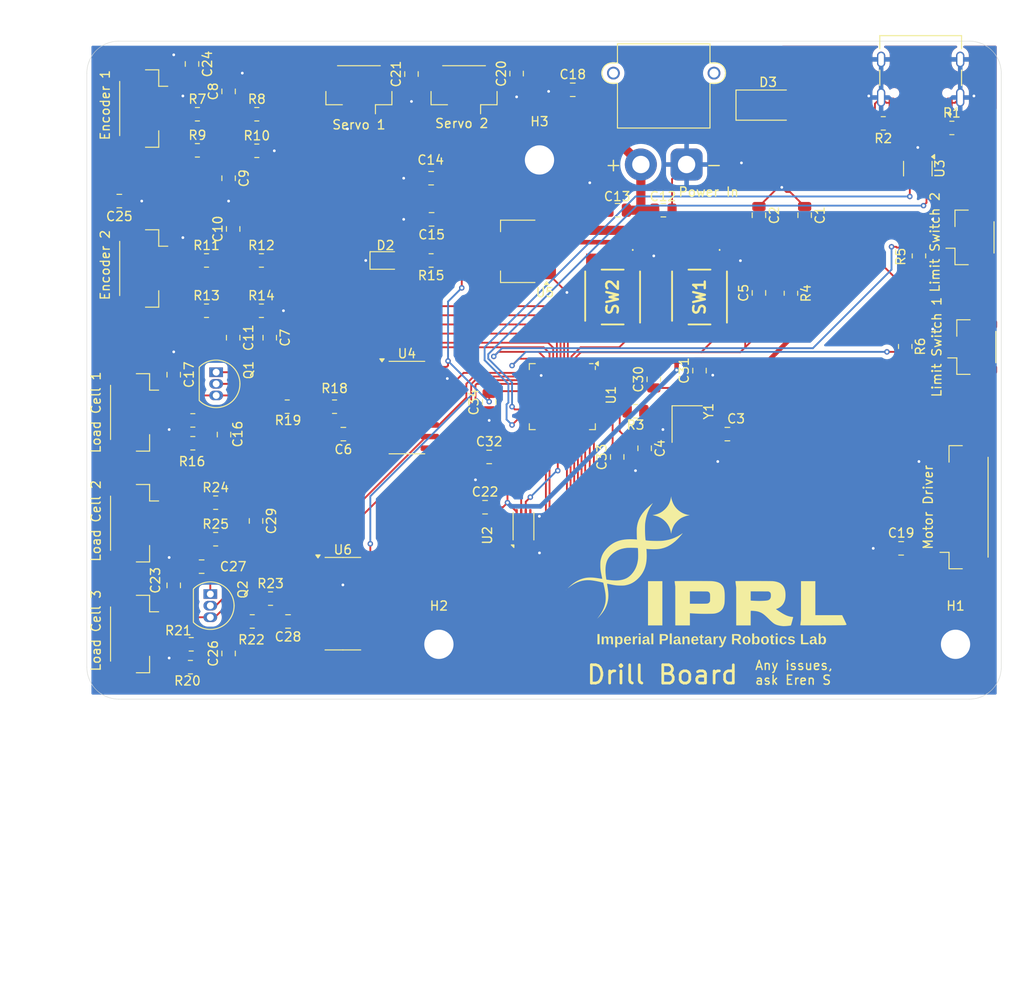
<source format=kicad_pcb>
(kicad_pcb (version 20240108) (generator "pcbnew") (generator_version "8.0")
  (layers (0 "F.Cu" signal) (31 "B.Cu" signal) (34 "B.Paste" user) (35 "F.Paste" user) (36 "B.SilkS" user "B.Silkscreen") (37 "F.SilkS" user "F.Silkscreen") (38 "B.Mask" user) (39 "F.Mask" user) (44 "Edge.Cuts" user))
  (net 0 "")
  (net 1 "+3.3V")
  (net 2 "GND")
  (net 3 "Net-(C3-Pad1)")
  (net 4 "Net-(U1-XTAL_N)")
  (net 5 "Net-(U1-CHIP_PU)")
  (net 6 "Net-(U4-VBG)")
  (net 7 "/ENC1A")
  (net 8 "/ENC1B")
  (net 9 "/ENC2A")
  (net 10 "/ENC2B")
  (net 11 "+5P")
  (net 12 "Net-(U4-INA+)")
  (net 13 "Net-(U4-INA-)")
  (net 14 "Net-(J10-Pin_1)")
  (net 15 "Net-(J12-Pin_1)")
  (net 16 "Net-(U6-INA+)")
  (net 17 "Net-(U6-INA-)")
  (net 18 "Net-(U6-VBG)")
  (net 19 "Net-(U4-INB+)")
  (net 20 "Net-(U4-INB-)")
  (net 21 "Net-(D2-A)")
  (net 22 "/Servo1")
  (net 23 "/Servo2")
  (net 24 "Net-(J5-Pin_4)")
  (net 25 "Net-(J5-Pin_3)")
  (net 26 "Net-(J6-Pin_3)")
  (net 27 "Net-(J6-Pin_4)")
  (net 28 "/LS1")
  (net 29 "/LS2")
  (net 30 "Net-(J9-Pin_2)")
  (net 31 "Net-(J9-Pin_3)")
  (net 32 "Net-(J10-Pin_3)")
  (net 33 "Net-(J10-Pin_2)")
  (net 34 "/M1P")
  (net 35 "/M2IB")
  (net 36 "/M1IA")
  (net 37 "/M2P")
  (net 38 "/M2IA")
  (net 39 "/M1IB")
  (net 40 "Net-(J12-Pin_2)")
  (net 41 "Net-(J12-Pin_3)")
  (net 42 "Net-(Q1-B)")
  (net 43 "Net-(Q2-B)")
  (net 44 "Net-(U1-XTAL_P)")
  (net 45 "Net-(U4-VFB)")
  (net 46 "Net-(U6-VFB)")
  (net 47 "Net-(U1-GPIO0)")
  (net 48 "/LC1CLK")
  (net 49 "/LC2CLK")
  (net 50 "/SPIQ")
  (net 55 "Net-(U1-GPIO19{slash}USB_D-)")
  (net 58 "/LC2DT")
  (net 61 "/SPIHD")
  (net 64 "/SPIWP")
  (net 66 "/SPICS0")
  (net 68 "/LC1DT")
  (net 70 "/SPICLK")
  (net 73 "/SPID")
  (net 79 "Net-(J13-CC1)")
  (net 80 "Net-(J13-CC2)")
  (net 81 "Net-(J13-DP1)")
  (net 82 "Net-(J13-DN1)")
  (net 85 "VBUS")
  (net 87 "Net-(U1-GPIO20{slash}USB_D+)")
  (footprint "Resistor_SMD:R_0805_2012Metric" (layer "F.Cu") (at 41.0875 30)
    (property "Reference" "R7")
    (property "Value" "1K7")
  )
  (footprint "Resistor_SMD:R_0805_2012Metric" (layer "F.Cu") (at 118.5 55.4125 -90)
    (property "Reference" "R6")
    (property "Value" "10k")
  )
  (footprint "Capacitor_SMD:C_0805_2012Metric" (layer "F.Cu") (at 102.5 49.55 90)
    (property "Reference" "C5")
    (property "Value" "1u")
  )
  (footprint "Capacitor_SMD:C_0805_2012Metric" (layer "F.Cu") (at 73 67.5)
    (property "Reference" "C32")
    (property "Value" "100nF")
  )
  (footprint "Capacitor_SMD:C_0805_2012Metric" (layer "F.Cu") (at 47.5 74.5 -90)
    (property "Reference" "C29")
    (property "Value" "0.1uF")
  )
  (footprint "Capacitor_SMD:C_0805_2012Metric" (layer "F.Cu") (at 45 54.45 -90)
    (property "Reference" "C11")
    (property "Value" "10n")
  )
  (footprint "Resistor_SMD:R_0805_2012Metric" (layer "F.Cu") (at 43.0875 72.5)
    (property "Reference" "R24")
    (property "Value" "100")
  )
  (footprint "Connector_JST:JST_GH_SM02B-GHS-TB_1x02-1MP_P1.25mm_Horizontal" (layer "F.Cu") (at 125.65 43.475 90)
    (property "Reference" "Limit Switch 2")
    (property "Value" "Conn_01x02")
  )
  (footprint "MountingHole:MountingHole_3.2mm_M3" (layer "F.Cu") (at 78.5 35)
    (property "Reference" "H3")
    (property "Value" "MountingHole")
  )
  (footprint "Resistor_SMD:R_0805_2012Metric" (layer "F.Cu") (at 48.0875 46)
    (property "Reference" "R12")
    (property "Value" "3K3")
  )
  (footprint "Resistor_SMD:R_0805_2012Metric" (layer "F.Cu") (at 50.9125 62)
    (property "Reference" "R19")
    (property "Value" "220")
  )
  (footprint "Connector_JST:JST_GH_SM04B-GHS-TB_1x04-1MP_P1.25mm_Horizontal" (layer "F.Cu") (at 34.15 74.75 -90)
    (property "Reference" "Load Cell 2")
    (property "Value" "Load Cell 2")
  )
  (footprint "Package_TO_SOT_THT:TO-92_Inline" (layer "F.Cu") (at 43.14 58.23 -90)
    (property "Reference" "Q1")
    (property "Value" "S8550")
  )
  (footprint "Resistor_SMD:R_0805_2012Metric" (layer "F.Cu") (at 42.0875 51.5)
    (property "Reference" "R13")
    (property "Value" "1K7")
  )
  (footprint "MountingHole:MountingHole_3.2mm_M3" (layer "F.Cu") (at 67.5 88)
    (property "Reference" "H2")
    (property "Value" "MountingHole")
  )
  (footprint "Capacitor_SMD:C_0805_2012Metric" (layer "F.Cu") (at 45 42.55 90)
    (property "Reference" "C10")
    (property "Value" "10n")
  )
  (footprint "Crystal:Crystal_SMD_3225-4Pin_3.2x2.5mm" (layer "F.Cu") (at 94.65 63.9 -90)
    (property "Reference" "Y1")
    (property "Value" "Crystal_GND24")
  )
  (footprint "Resistor_SMD:R_0805_2012Metric" (layer "F.Cu") (at 116.1 31 180)
    (property "Reference" "R2")
    (property "Value" "5K1")
  )
  (footprint "Capacitor_SMD:C_0805_2012Metric" (layer "F.Cu") (at 87.05 40.5 180)
    (property "Reference" "C13")
    (property "Value" "10uF")
  )
  (footprint "Capacitor_SMD:C_0805_2012Metric" (layer "F.Cu") (at 118.05 77.5)
    (property "Reference" "C19")
    (property "Value" "10uF")
  )
  (footprint "Capacitor_SMD:C_0805_2012Metric" (layer "F.Cu") (at 66.65 37 180)
    (property "Reference" "C14")
    (property "Value" "10uF")
  )
  (footprint "Capacitor_SMD:C_0805_2012Metric" (layer "F.Cu") (at 82.1375 27.325)
    (property "Reference" "C18")
    (property "Value" "10uF")
  )
  (footprint "Capacitor_SMD:C_0805_2012Metric" (layer "F.Cu") (at 44.5 37 -90)
    (property "Reference" "C9")
    (property "Value" "10n")
  )
  (footprint "Resistor_SMD:R_0805_2012Metric" (layer "F.Cu") (at 43.0875 76.5)
    (property "Reference" "R25")
    (property "Value" "100" (hide yes))
  )
  (footprint "Diode_SMD:D_SMA" (layer "F.Cu") (at 103.5 29)
    (property "Reference" "D3")
    (property "Value" "MBRA340T3G")
  )
  (footprint "Capacitor_SMD:C_0805_2012Metric" (layer "F.Cu") (at 32.55 39.5 180)
    (property "Reference" "C25")
    (property "Value" "10uF")
  )
  (footprint "LED_SMD:LED_0805_2012Metric" (layer "F.Cu") (at 61.65 46)
    (property "Reference" "D2")
    (property "Value" "LED")
  )
  (footprint "Resistor_SMD:R_0805_2012Metric" (layer "F.Cu") (at 47.0875 85.5)
    (property "Reference" "R22")
    (property "Value" "220")
  )
  (footprint "Capacitor_SMD:C_0805_2012Metric" (layer "F.Cu") (at 73 61.5 90)
    (property "Reference" "C34")
    (property "Value" "100nF")
  )
  (footprint "Capacitor_SMD:C_0805_2012Metric" (layer "F.Cu") (at 64.5 25.6 90)
    (property "Reference" "C21")
    (property "Value" "10uF")
  )
  (footprint "Connector_AMASS:AMASS_XT30PW-M_1x02_P2.50mm_Horizontal" (layer "F.Cu") (at 94.5875 35.5)
    (property "Reference" "Power In")
    (property "Value" "Conn_01x02")
  )
  (footprint "Capacitor_SMD:C_0805_2012Metric" (layer "F.Cu") (at 38.5 81.55 -90)
    (property "Reference" "C23")
    (property "Value" "10uF")
  )
  (footprint "Capacitor_SMD:C_0805_2012Metric" (layer "F.Cu") (at 102.5 41.05 -90)
    (property "Reference" "C2")
    (property "Value" "0.1u")
  )
  (footprint "Resistor_SMD:R_0805_2012Metric" (layer "F.Cu") (at 40.5875 63.5)
    (property "Reference" "R17" (hide yes))
    (property "Value" "100" (hide yes))
  )
  (footprint "Resistor_SMD:R_0805_2012Metric" (layer "F.Cu") (at 40.325 90.5)
    (property "Reference" "R20")
    (property "Value" "100")
  )
  (footprint "Capacitor_SMD:C_0805_2012Metric" (layer "F.Cu") (at 66.7 41.5 180)
    (property "Reference" "C15")
    (property "Value" "100nF")
  )
  (footprint "Capacitor_SMD:C_0805_2012Metric" (layer "F.Cu") (at 41.55 79.5)
    (property "Reference" "C27")
    (property "Value" "10uF")
  )
  (footprint "Capacitor_SMD:C_0805_2012Metric" (layer "F.Cu") (at 44 65.05 90)
    (property "Reference" "C16")
    (property "Value" "0.1uF")
  )
  (footprint "footprints:PTS645SK43SMTR92LFS" (layer "F.Cu") (at 96 50 -90)
    (property "Reference" "SW1")
    (property "Value" "SW_Push" (hide yes))
  )
  (footprint "Package_SO:SOP-16_3.9x9.9mm_P1.27mm" (layer "F.Cu") (at 64 62.095)
    (property "Reference" "U4")
    (property "Value" "HX711")
  )
  (footprint "Capacitor_SMD:C_0805_2012Metric" (layer "F.Cu") (at 99.05 65)
    (property "Reference" "C3")
    (property "Value" "12p")
  )
  (footprint "Capacitor_SMD:C_0805_2012Metric" (layer "F.Cu") (at 107.5 41.05 -90)
    (property "Reference" "C1")
    (property "Value" "10u")
  )
  (footprint "Package_TO_SOT_THT:TO-92_Inline" (layer "F.Cu") (at 42.5 82.5 -90)
    (property "Reference" "Q2")
    (property "Value" "S8550")
  )
  (footprint "Capacitor_SMD:C_0805_2012Metric" (layer "F.Cu") (at 72.55 73)
    (property "Reference" "C22")
    (property "Value" "100nF")
  )
  (footprint "Resistor_SMD:R_0805_2012Metric" (layer "F.Cu") (at 47.5875 30)
    (property "Reference" "R8")
    (property "Value" "3K3")
  )
  (footprint "Connector_JST:JST_GH_SM03B-GHS-TB_1x03-1MP_P1.25mm_Horizontal" (layer "F.Cu") (at 70.25 27.25 180)
    (property "Reference" "Servo 2")
    (property "Value" "Conn_01x03" (hide yes))
  )
  (footprint "Capacitor_SMD:C_0805_2012Metric" (layer "F.Cu") (at 40.5 24.5 -90)
    (property "Reference" "C24")
    (property "Value" "10uF")
  )
  (footprint "Package_TO_SOT_SMD:SOT-23-6" (layer "F.Cu") (at 119.875 35.95 -90)
    (property "Reference" "U3")
    (property "Value" "USBLC6-2SC6")
  )
  (footprint "Connector_JST:JST_GH_SM04B-GHS-TB_1x04-1MP_P1.25mm_Horizontal" (layer "F.Cu") (at 34.15 62.625 -90)
    (property "Reference" "Load Cell 1")
    (property "Value" "Load Cell 1")
  )
  (footprint "Capacitor_SMD:C_0805_2012Metric" (layer "F.Cu") (at 90 66.55 -90)
    (property "Reference" "C4")
    (property "Value" "12p")
  )
  (footprint "Capacitor_SMD:C_0805_2012Metric" (layer "F.Cu") (at 51 85.5 180)
    (property "Reference" "C28")
    (property "Value" "0.1u")
  )
  (footprint "Resistor_SMD:R_0805_2012Metric" (layer "F.Cu") (at 66.65 46 180)
    (property "Reference" "R15")
    (property "Value" "1K")
  )
  (footprint "Capacitor_SMD:C_0805_2012Metric" (layer "F.Cu") (at 57.05 65 180)
    (property "Reference" "C6")
    (property "Value" "0.1u")
  )
  (footprint "Resistor_SMD:R_0805_2012Metric" (layer "F.Cu") (at 40.4125 88)
    (property "Reference" "R21")
    (property "Value" "100")
  )
  (footprint "Resistor_SMD:R_0805_2012Metric" (layer "F.Cu") (at 41.0875 33.95)
    (property "Reference" "R9")
    (property "Value" "1K7")
  )
  (footprint "Resistor_SMD:R_0805_2012Metric" (layer "F.Cu") (at 123.6 31.5)
    (property "Reference" "R1")
    (property "Value" "5K1")
  )
  (footprint "Resistor_SMD:R_0805_2012Metric" (layer "F.Cu") (at 56.0875 62)
    (property "Reference" "R18")
    (property "Value" "470")
  )
  (footprint "Resistor_SMD:R_0805_2012Metric" (layer "F.Cu") (at 89 62.5)
    (property "Reference" "R3")
    (property "Value" "22R")
  )
  (footprint "Connector_JST:JST_GH_SM02B-GHS-TB_1x02-1MP_P1.25mm_Horizontal" (layer "F.Cu") (at 125.85 55.475 90)
    (property "Reference" "Limit Switch 1")
    (property "Value" "Conn_01x02")
  )
  (footprint "MountingHole:MountingHole_3.2mm_M3" (layer "F.Cu") (at 124 88)
    (property "Reference" "H1")
    (property "Value" "MountingHole")
  )
  (footprint "Capacitor_SMD:C_0805_2012Metric" (layer "F.Cu") (at 91 59 90)
    (property "Reference" "C30")
    (property "Value" "100nF")
  )
  (footprint "Capacitor_SMD:C_0805_2012Metric" (layer "F.Cu") (at 92.05 40.5)
    (property "Reference" "C12")
    (property "Value" "100nF")
  )
  (footprint "Capacitor_SMD:C_0805_2012Metric" (layer "F.Cu") (at 96 58.05 90)
    (property "Reference" "C31")
    (property "Value" "100nF")
  )
  (footprint "Connector_JST:JST_GH_SM04B-GHS-TB_1x04-1MP_P1.25mm_Horizontal" (layer "F.Cu") (at 34.15 86.875 -90)
    (property "Reference" "Load Cell 3")
    (property "Value" "Load Cell 3")
  )
  (footprint "footprints:TYPE-C-31-M-12" (layer "F.Cu") (at 120.1875 24 180)
    (property "Reference" "J13" (hide yes))
    (property "Value" "TYPE-C-31-M-12" (hide yes))
  )
  (footprint "Connector_JST:JST_GH_SM04B-GHS-TB_1x04-1MP_P1.25mm_Horizontal" (layer "F.Cu") (at 35.15 29.375 -90)
    (property "Reference" "Encoder 1")
    (property "Value" "Encoder 2")
  )
  (footprint "Capacitor_SMD:C_0805_2012Metric" (layer "F.Cu") (at 38.5 58.5 -90)
    (property "Reference" "C17")
    (property "Value" "10uF")
  )
  (footprint "Package_SON:Winbond_USON-8-1EP_3x2mm_P0.5mm_EP0.2x1.6mm" (layer "F.Cu") (at 76.75 75.075 90)
    (property "Reference" "U2")
    (property "Value" "W25Q16JVUXIQ_TR")
  )
  (footprint "Package_TO_SOT_SMD:SOT-223-3_TabPin2" (layer "F.Cu") (at 76.15 45 180)
    (property "Reference" "U5")
    (property "Value" "AMS1117-3.3")
  )
  (footprint "Capacitor_SMD:C_0805_2012Metric" (layer "F.Cu") (at 44.5 27.5 90)
    (property "Reference" "C8")
    (property "Value" "10n")
  )
  (footprint "footprints:IPRL_31mm" (layer "F.Cu") (at 96.9 80.2)
    (property "Reference" "G***" (hide yes))
    (property "Value" "LOGO" (hide yes))
  )
  (footprint "Capacitor_SMD:C_0805_2012Metric" (layer "F.Cu") (at 87 67.5 90)
    (property "Reference" "C33")
    (property "Value" "100nF")
  )
  (footprint "Connector_JST:JST_GH_SM04B-GHS-TB_1x04-1MP_P1.25mm_Horizontal" (layer "F.Cu") (at 35.15 46.875 -90)
    (property "Reference" "Encoder 2")
    (property "Value" "Encoder 1")
  )
  (footprint "Capacitor_SMD:C_0805_2012Metric" (layer "F.Cu") (at 49 54.45 -90)
    (property "Reference" "C7")
    (property "Value" "10uF")
  )
  (footprint "Connector_JST:JST_GH_SM08B-GHS-TB_1x08-1MP_P1.25mm_Horizontal" (layer "F.Cu") (at 125 73 90)
    (property "Reference" "Motor Driver")
    (property "Value" "Conn_01x08")
  )
  (footprint "Resistor_SMD:R_0805_2012Metric" (layer "F.Cu") (at 47.5875 34)
    (property "Reference" "R10")
    (property "Value" "3K3")
  )
  (footprint "Resistor_SMD:R_0805_2012Metric" (layer "F.Cu") (at 48.0875 51.5)
    (property "Reference" "R14")
    (property "Value" "3K3")
  )
  (footprint "Capacitor_SMD:C_0805_2012Metric" (layer "F.Cu") (at 76 25.55 90)
    (property "Reference" "C20")
    (property "Value" "10uF")
  )
  (footprint "Package_SO:SOP-16_3.9x9.9mm_P1.27mm" (layer "F.Cu") (at 57 83.555)
    (property "Reference" "U6")
    (property "Value" "HX711")
  )
  (footprint "Connector_JST:JST_GH_SM03B-GHS-TB_1x03-1MP_P1.25mm_Horizontal" (layer "F.Cu") (at 58.75 27.25 180)
    (property "Reference" "Servo 1")
    (property "Value" "Conn_01x03" (hide yes))
  )
  (footprint "Resistor_SMD:R_0805_2012Metric" (layer "F.Cu") (at 120 45.5 90)
    (property "Reference" "R5")
    (property "Value" "10k")
  )
  (footprint "Resistor_SMD:R_0805_2012Metric" (layer "F.Cu") (at 49.0875 83)
    (property "Reference" "R23")
    (property "Value" "470")
  )
  (footprint "Resistor_SMD:R_0805_2012Metric" (layer "F.Cu") (at 106 49.5875 -90)
    (property "Reference" "R4")
    (property "Value" "10k")
  )
  (footprint "Capacitor_SMD:C_0805_2012Metric" (layer "F.Cu") (at 44.5 89 90)
    (property "Reference" "C26")
    (property "Value" "0.1uF")
  )
  (footprint "footprints:PTS645SK43SMTR92LFS" (layer "F.Cu") (at 86.5 50 -90)
    (property "Reference" "SW2")
    (property "Value" "SW_Push" (hide yes))
  )
  (footprint "Resistor_SMD:R_0805_2012Metric" (layer "F.Cu") (at 42.0875 46)
    (property "Reference" "R11")
    (property "Value" "1K7")
  )
  (footprint "Package_DFN_QFN:QFN-56-1EP_7x7mm_P0.4mm_EP4x4mm" (layer "F.Cu") (at 81 60.9 -90)
    (property "Reference" "U1")
    (property "Value" "ESP32-S3")
  )
  (footprint "Resistor_SMD:R_0805_2012Metric" (layer "F.Cu") (at 40.5875 66)
    (property "Reference" "R16")
    (property "Value" "100")
  )
  (gr_line (start 32.5 94) (end 125.5 94) (stroke (width 0.05)) (layer "Edge.Cuts"))
  (gr_arc (start 32.5 94) (mid 30.025126 92.974874) (end 29 90.5) (stroke (width 0.05)) (layer "Edge.Cuts"))
  (gr_arc (start 125.499999 22.000001) (mid 127.974873 23.025127) (end 128.999999 25.500001) (stroke (width 0.05)) (layer "Edge.Cuts"))
  (gr_arc (start 29 25.5) (mid 30.025126 23.025126) (end 32.5 22) (stroke (width 0.05)) (layer "Edge.Cuts"))
  (gr_line (start 125.499999 22.000001) (end 32.5 22) (stroke (width 0.05)) (layer "Edge.Cuts"))
  (gr_arc (start 129 90.5) (mid 127.974874 92.974874) (end 125.5 94) (stroke (width 0.05)) (layer "Edge.Cuts"))
  (gr_line (start 129 90.5) (end 128.999999 25.500001) (stroke (width 0.05)) (layer "Edge.Cuts"))
  (gr_line (start 29 25.5) (end 29 90.5) (stroke (width 0.05)) (layer "Edge.Cuts"))
  (gr_text "Drill Board\n" (at 83.5 92.5 0) (layer "F.SilkS") (effects (font (size 2 2) (thickness 0.3)) (justify left bottom)))
  (gr_text "Any issues, \nask Eren S" (at 102 92.5 0) (layer "F.SilkS") (effects (font (size 1 1)) (justify left bottom)))
  (segment (start 83.75 58.90364) (end 83.95364 58.7) (width 0.2) (layer "F.Cu") (net 1))
  (segment (start 106 44) (end 107.5 44) (width 0.2) (layer "F.Cu") (net 1))
  (segment (start 72.5 44) (end 70 41.5) (width 0.2) (layer "F.Cu") (net 1))
  (segment (start 82.5 44) (end 102.5 44) (width 0.5) (layer "F.Cu") (net 1))
  (segment (start 68.35 57.65) (end 68.5 57.5) (width 0.2) (layer "F.Cu") (net 1))
  (segment (start 77.138556 79.8) (end 116.7 79.8) (width 0.2) (layer "F.Cu") (net 1))
  (segment (start 123.15 77.375) (end 119.125 77.375) (width 0.2) (layer "F.Cu") (net 1))
  (segment (start 84.45 62.3) (end 84.94636 62.3) (width 0.2) (layer "F.Cu") (net 1))
  (segment (start 91 57.05) (end 91 58.05) (width 0.2) (layer "F.Cu") (net 1))
  (segment (start 74.5 60.3) (end 73.25 60.3) (width 0.2) (layer "F.Cu") (net 1))
  (segment (start 108 47) (end 109 48) (width 0.5) (layer "F.Cu") (net 1))
  (segment (start 82.8 57.45) (end 83.2 57.45) (width 0.2) (layer "F.Cu") (net 1))
  (segment (start 81.5 45) (end 82.5 44) (width 0.5) (layer "F.Cu") (net 1))
  (segment (start 86.15 57.05) (end 85.85 56.75) (width 0.2) (layer "F.Cu") (net 1))
  (segment (start 77.55 60.3) (end 74.5 60.3) (width 0.2) (layer "F.Cu") (net 1))
  (segment (start 83.75 62.09636) (end 83.75 58.90364) (width 0.2) (layer "F.Cu") (net 1))
  (segment (start 57.65 57.65) (end 55.4 55.4) (width 0.2) (layer "F.Cu") (net 1))
  (segment (start 91 57.05) (end 90.5 57.05) (width 0.5) (layer "F.Cu") (net 1))
  (segment (start 109 51.5) (end 103.45 57.05) (width 0.5) (layer "F.Cu") (net 1))
  (segment (start 119.0875 46.4125) (end 117.5 48) (width 0.2) (layer "F.Cu") (net 1))
  (segment (start 66.5 57.65) (end 61.5 57.65) (width 0.2) (layer "F.Cu") (net 1))
  (segment (start 118.5 54.5) (end 118.5 49) (width 0.2) (layer "F.Cu") (net 1))
  (segment (start 106 47) (end 106 44) (width 0.5) (layer "F.Cu") (net 1))
  (segment (start 83.95364 62.3) (end 83.75 62.09636) (width 0.2) (layer "F.Cu") (net 1))
  (segment (start 42.89 79.11) (end 42.5 79.5) (width 0.2) (layer "F.Cu") (net 1))
  (segment (start 70 41.5) (end 67.65 41.5) (width 0.2) (layer "F.Cu") (net 1))
  (segment (start 70 44.5) (end 70 49) (width 0.2) (layer "F.Cu") (net 1))
  (segment (start 73 61.45) (end 73 60.55) (width 0.2) (layer "F.Cu") (net 1))
  (segment (start 75 67.5) (end 73.95 67.5) (width 0.2) (layer "F.Cu") (net 1))
  (segment (start 86.5 66.05) (end 86.5 63.85364) (width 0.2) (layer "F.Cu") (net 1))
  (segment (start 70 41.5) (end 70 38) (width 0.2) (layer "F.Cu") (net 1))
  (segment (start 84.45 62.3) (end 83.95364 62.3) (width 0.2) (layer "F.Cu") (net 1))
  (segment (start 84.94636 62.3) (end 86.5 63.85364) (width 0.2) (layer "F.Cu") (net 1))
  (segment (start 88.75 58.3) (end 84.45 58.3) (width 0.2) (layer "F.Cu") (net 1))
  (segment (start 102.5 44) (end 106 44) (width 0.5) (layer "F.Cu") (net 1))
  (segment (start 90 57.05) (end 88.75 58.3) (width 0.2) (layer "F.Cu") (net 1))
  (segment (start 116.7 79.8) (end 119 77.5) (width 0.2) (layer "F.Cu") (net 1))
  (segment (start 54.5 79.11) (end 42.89 79.11) (width 0.2) (layer "F.Cu") (net 1))
  (segment (start 73 45) (end 79.3 45) (width 1) (layer "F.Cu") (net 1))
  (segment (start 59.5 79.11) (end 60 78.61) (width 0.2) (layer "F.Cu") (net 1))
  (segment (start 90 57.05) (end 86.15 57.05) (width 0.2) (layer "F.Cu") (net 1))
  (segment (start 78.4 64.35) (end 75.125 67.625) (width 0.2) (layer "F.Cu") (net 1))
  (segment (start 74.5 73) (end 75 72.5) (width 0.2) (layer "F.Cu") (net 1))
  (segment (start 70 44.5) (end 68.5 46) (width 0.2) (layer "F.Cu") (net 1))
  (segment (start 83.2 56.95364) (end 83.2 57.45) (width 0.2) (layer "F.Cu") (net 1))
  (segment (start 47.6 55.4) (end 49 55.4) (width 0.2) (layer "F.Cu") (net 1))
  (segment (start 44.77 58.23) (end 47.6 55.4) (width 0.2) (layer "F.Cu") (net 1))
  (segment (start 119.125 77.375) (end 119 77.5) (width 0.2) (layer "F.Cu") (net 1))
  (segment (start 68.5 57.5) (end 68.5 57) (width 0.2) (layer "F.Cu") (net 1))
  (segment (start 68.5 46) (end 67.5625 46) (width 0.2) (layer "F.Cu") (net 1))
  (segment (start 118.5 49) (end 117.5 48) (width 0.2) (layer "F.Cu") (net 1))
  (segment (start 102.5 42) (end 102.5 44) (width 0.2) (layer "F.Cu") (net 1))
  (segment (start 109 48) (end 109 51.5) (width 0.5) (layer "F.Cu") (net 1))
  (segment (start 67.6 45.9625) (end 67.5625 46) (width 0.2) (layer "F.Cu") (net 1))
  (segment (start 73.5 73) (end 74.5 73) (width 0.2) (layer "F.Cu") (net 1))
  (segment (start 87 66.55) (end 86.5 66.05) (width 0.2) (layer "F.Cu") (net 1))
  (segment (start 75 67.75) (end 75 72.5) (width 0.2) (layer "F.Cu") (net 1))
  (segment (start 69 37) (end 67.6 37) (width 0.2) (layer "F.Cu") (net 1))
  (segment (start 61.5 57.65) (end 57.65 57.65) (width 0.2) (layer "F.Cu") (net 1))
  (segment (start 55.4 55.4) (end 49 55.4) (width 0.2) (layer "F.Cu") (net 1))
  (segment (start 59.5 79.11) (end 54.5 79.11) (width 0.2) (layer "F.Cu") (net 1))
  (segment (start 73.25 60.3) (end 73 60.55) (width 0.2) (layer "F.Cu") (net 1))
  (segment (start 73.5 73) (end 73.5 76.161444) (width 0.2) (layer "F.Cu") (net 1))
  (segment (start 86.5 66.55) (end 87 67.05) (width 0.2) (layer "F.Cu") (net 1))
  (segment (start 75.125 67.625) (end 75 67.5) (width 0.2) (layer "F.Cu") (net 1))
  (segment (start 76 73.65) (end 76 73.5) (width 0.2) (layer "F.Cu") (net 1))
  (segment (start 113.5 44) (end 117.5 48) (width 0.2) (layer "F.Cu") (net 1))
  (segment (start 93.5 57.05) (end 91 57.05) (width 0.5) (layer "F.Cu") (net 1))
  (segment (start 60 78.61) (end 60 77) (width 0.2) (layer "F.Cu") (net 1))
  (segment (start 83.95364 58.7) (end 84.45 58.7) (width 0.2) (layer "F.Cu") (net 1))
  (segment (start 43.14 58.23) (end 44.77 58.23) (width 0.2) (layer "F.Cu") (net 1))
  (segment (start 84.45 58.7) (end 84.45 58.3) (width 0.2) (layer "F.Cu") (net 1))
  (segment (start 85.85 56.75) (end 83.40364 56.75) (width 0.2) (layer "F.Cu") (net 1))
  (segment (start 93.5 57.05) (end 93.5 58) (width 0.5) (layer "F.Cu") (net 1))
  (segment (start 120 46.4125) (end 119.0875 46.4125) (width 0.2) (layer "F.Cu") (net 1))
  (segment (start 70 38) (end 69 37) (width 0.2) (layer "F.Cu") (net 1))
  (segment (start 83.40364 56.75) (end 83.2 56.95364) (width 0.2) (layer "F.Cu") (net 1))
  (segment (start 106 48.675) (end 106 47) (width 0.2) (layer "F.Cu") (net 1))
  (segment (start 79.3 45) (end 81.5 45) (width 0.5) (layer "F.Cu") (net 1))
  (segment (start 107.5 42) (end 107.5 44) (width 0.2) (layer "F.Cu") (net 1))
  (segment (start 73.5 76.161444) (end 77.138556 79.8) (width 0.2) (layer "F.Cu") (net 1))
  (segment (start 70 41.5) (end 70 44.5) (width 0.2) (layer "F.Cu") (net 1))
  (segment (start 76 73.5) (end 75 72.5) (width 0.2) (layer "F.Cu") (net 1))
  (segment (start 66.5 57.65) (end 68.35 57.65) (width 0.2) (layer "F.Cu") (net 1))
  (segment (start 90.5 57.05) (end 90 57.05) (width 0.5) (layer "F.Cu") (net 1))
  (segment (start 75.125 67.625) (end 75 67.75) (width 0.2) (layer "F.Cu") (net 1))
  (segment (start 42.5 79.5) (end 42.5 82.5) (width 0.2) (layer "F.Cu") (net 1))
  (segment (start 106 47) (end 108 47) (width 0.5) (layer "F.Cu") (net 1))
  (segment (start 107.5 44) (end 113.5 44) (width 0.2) (layer "F.Cu") (net 1))
  (segment (start 103.45 57.05) (end 93.5 57.05) (width 0.5) (layer "F.Cu") (net 1))
  (via (at 93.5 58) (size 0.6) (drill 0.3) (layers "F.Cu" "B.Cu") (net 1))
  (via (at 70 49) (size 0.6) (drill 0.3) (layers "F.Cu" "B.Cu") (net 1))
  (via (at 73 61.45) (size 0.6) (drill 0.3) (layers "F.Cu" "B.Cu") (net 1))
  (via (at 60 77) (size 0.6) (drill 0.3) (layers "F.Cu" "B.Cu") (net 1))
  (via (at 68.5 57) (size 0.6) (drill 0.3) (layers "F.Cu" "B.Cu") (net 1))
  (via (at 75 72.5) (size 0.6) (drill 0.3) (layers "F.Cu" "B.Cu") (net 1))
  (segment (start 60 71.8) (end 71.65 60.15) (width 0.2) (layer "B.Cu") (net 1))
  (segment (start 68.5 50.5) (end 70 49) (width 0.2) (layer "B.Cu") (net 1))
  (segment (start 78.6 72.9) (end 93.5 58) (width 0.5) (layer "B.Cu") (net 1))
  (segment (start 75.4 72.9) (end 78.6 72.9) (width 0.5) (layer "B.Cu") (net 1))
  (segment (start 68.5 57) (end 68.5 50.5) (width 0.2) (layer "B.Cu") (net 1))
  (segment (start 60 77) (end 60 71.8) (width 0.2) (layer "B.Cu") (net 1))
  (segment (start 73 61.45) (end 72.95 61.45) (width 0.2) (layer "B.Cu") (net 1))
  (segment (start 75 72.5) (end 75.4 72.9) (width 0.5) (layer "B.Cu") (net 1))
  (segment (start 72.95 61.45) (end 68.5 57) (width 0.2) (layer "B.Cu") (net 1))
  (segment (start 49 46) (end 49 45.6) (width 0.2) (layer "F.Cu") (net 2))
  (segment (start 95.5 62.8) (end 97 64.3) (width 0.2) (layer "F.Cu") (net 2))
  (segment (start 69 29.1) (end 65 29.1) (width 0.2) (layer "F.Cu") (net 2))
  (segment (start 97 67.5) (end 97.5 67) (width 0.2) (layer "F.Cu") (net 2))
  (segment (start 124.5125 28.17) (end 125.8425 28.17) (width 0.2) (layer "F.Cu") (net 2))
  (segment (start 48.9 51.5) (end 45 55.4) (width 0.2) (layer "F.Cu") (net 2))
  (segment (start 124 54.85) (end 122.85 54.85) (width 0.2) (layer "F.Cu") (net 2))
  (segment (start 123.15 68.625) (end 120.625 68.625) (width 0.2) (layer "F.Cu") (net 2))
  (segment (start 77.5 76.5) (end 77.5 77) (width 0.2) (layer "F.Cu") (net 2))
  (segment (start 81.5 49.5) (end 79.3 47.3) (width 0.2) (layer "F.Cu") (net 2))
  (segment (start 44.5 37.95) (end 44.5 39.5) (width 0.2) (layer "F.Cu") (net 2))
  (segment (start 56.1 62.9) (end 56.1 65) (width 0.2) (layer "F.Cu") (net 2))
  (segment (start 84 37.5) (end 84 38.4) (width 0.2) (layer "F.Cu") (net 2))
  (segment (start 115.1875 31) (end 115.1875 28.845) (width 0.2) (layer "F.Cu") (net 2))
  (segment (start 57 62) (end 57.73 62.73) (width 0.2) (layer "F.Cu") (net 2))
  (segment (start 91 59.95) (end 95.05 59.95) (width 0.2) (layer "F.Cu") (net 2))
  (segment (start 97 59) (end 97.45 58.55) (width 0.2) (layer "F.Cu") (net 2))
  (segment (start 120.625 68.625) (end 120 68) (width 0.2) (layer "F.Cu") (net 2))
  (segment (start 57 82.5) (end 57 81.5) (width 0.2) (layer "F.Cu") (net 2))
  (segment (start 40.6 79.5) (end 39.6 78.5) (width 0.2) (layer "F.Cu") (net 2))
  (segment (start 65.7 37) (end 63.65 37) (width 0.2) (layer "F.Cu") (net 2))
  (segment (start 100.475 46.575) (end 100.475 46.025) (width 0.2) (layer "F.Cu") (net 2))
  (segment (start 49 45.6) (end 45 41.6) (width 0.2) (layer "F.Cu") (net 2))
  (segment (start 49 51.5) (end 50.5 51.5) (width 0.2) (layer "F.Cu") (net 2))
  (segment (start 124.5125 28.17) (end 124.5125 31.5) (width 0.2) (layer "F.Cu") (net 2))
  (segment (start 55.499999 84.19) (end 57.095 82.595) (width 0.2) (layer "F.Cu") (net 2))
  (segment (start 122.85 42.85) (end 121.5 41.5) (width 0.2) (layer "F.Cu") (net 2))
  (segment (start 116.4425 28.75) (end 115.8625 28.17) (width 0.2) (layer "F.Cu") (net 2))
  (segment (start 65.75 41.5) (end 63.65 41.5) (width 0.2) (layer "F.Cu") (net 2))
  (segment (start 88.45 68.45) (end 89 69) (width 0.2) (layer "F.Cu") (net 2))
  (segment (start 60.7125 46) (end 59.5 46) (width 0.2) (layer "F.Cu") (net 2))
  (segment (start 37.75 46.25) (end 39.5 44.5) (width 0.2) (layer "F.Cu") (net 2))
  (segment (start 93.8 65) (end 92.5 65) (width 0.2) (layer "F.Cu") (net 2))
  (segment (start 79.5875 27.4125) (end 79.5 27.5) (width 0.2) (layer "F.Cu") (net 2))
  (segment (start 66.5 60.19) (end 66.5 58.92) (width 0.2) (layer "F.Cu") (net 2))
  (segment (start 93 37.0875) (end 94.5875 35.5) (width 0.2) (layer "F.Cu") (net 2))
  (segment (start 48.5 34) (end 49.5 34) (width 0.2) (layer "F.Cu") (net 2))
  (segment (start 37.25 88.75) (end 38 89.5) (width 0.2) (layer "F.Cu") (net 2))
  (segment (start 49 53.5) (end 49 51.5) (width 0.2) (layer "F.Cu") (net 2))
  (segment (start 77.5 77) (end 78.5 78) (width 0.2) (layer "F.Cu") (net 2))
  (segment (start 50 83) (end 50.05 83.05) (width 0.2) (layer "F.Cu") (net 2))
  (segment (start 122.85 54.85) (end 121.5 53.5) (width 0.2) (layer "F.Cu") (net 2))
  (segment (start 115.7725 28.26) (end 114.7725 28.26) (width 0.2) (layer "F.Cu") (net 2))
  (segment (start 57.5 29.1) (end 57.5 31.6) (width 0.2) (layer "F.Cu") (net 2))
  (segment (start 39.5 44.5) (end 39.5 43.5) (width 0.2) (layer "F.Cu") (net 2))
  (segment (start 36 64.5) (end 38 64.5) (width 0.2) (layer "F.Cu") (net 2))
  (segment (start 44.5 41.1) (end 44.5 39.5) (width 0.2) (layer "F.Cu") (net 2))
  (segment (start 95.95 59) (end 97 59) (width 0.2) (layer "F.Cu") (net 2))
  (segment (start 72.05 67.5) (end 72.05 69.45) (width 0.2) (layer "F.Cu") (net 2))
  (segment (start 104.6 38) (end 105 38) (width 0.2) (layer "F.Cu") (net 2))
  (segment (start 71.6 73) (end 71.6 70.1) (width 0.2) (layer "F.Cu") (net 2))
  (segment (start 123.8 42.85) (end 122.85 42.85) (width 0.2) (layer "F.Cu") (net 2))
  (segment (start 97 67) (end 97.5 67) (width 0.2) (layer "F.Cu") (net 2))
  (segment (start 38 80.1) (end 38 78.5) (width 0.2) (layer "F.Cu") (net 2))
  (segment (start 57.73 62.73) (end 61.5 62.73) (width 0.2) (layer "F.Cu") (net 2))
  (segment (start 65 29.1) (end 64.5 28.6) (width 0.2) (layer "F.Cu") (net 2))
  (segment (start 116.9875 28.75) (end 116.4425 28.75) (width 0.2) (layer "F.Cu") (net 2))
  (segment (start 98.25 46.025) (end 100.475 46.025) (width 0.2) (layer "F.Cu") (net 2))
  (segment (start 97 64.3) (end 97 67) (width 0.2) (layer "F.Cu") (net 2))
  (segment (start 94.5875 35.5) (end 100.4125 35.5) (width 0.2) (layer "F.Cu") (net 2))
  (segment (start 120.0125 33.5) (end 119.875 33.6375) (width 0.2) (layer "F.Cu") (net 2))
  (segment (start 97.5 67) (end 98 67) (width 0.2) (layer "F.Cu") (net 2))
  (segment (start 93 40.5) (end 93 37.0875) (width 0.2) (layer "F.Cu") (net 2))
  (segment (start 45 41.6) (end 44.5 41.1) (width 0.2) (layer "F.Cu") (net 2))
  (segment (start 39.6 78.5) (end 38 78.5) (width 0.2) (layer "F.Cu") (net 2))
  (segment (start 38.5 57.55) (end 38.5 56) (width 0.2) (layer "F.Cu") (net 2))
  (segment (start 37 46.25) (end 37.75 46.25) (width 0.2) (layer "F.Cu") (net 2))
  (segment (start 90.475 46.025) (end 91 45.5) (width 0.2) (layer "F.Cu") (net 2))
  (segment (start 63.589448 62.73) (end 66.129448 60.19) (width 0.2) (layer "F.Cu") (net 2))
  (segment (start 117.1 77.5) (end 115 77.5) (width 0.2) (layer "F.Cu") (net 2))
  (segment (start 48.5 30) (end 48.5 28) (width 0.2) (layer "F.Cu") (net 2))
  (segment (start 78.685098 58.585098) (end 81 60.9) (width 0.2) (layer "F.Cu") (net 2))
  (segment (start 38.5 80.6) (end 38 80.1) (width 0.2) (layer "F.Cu") (net 2))
  (segment (start 123.3875 28.75) (end 123.9325 28.75) (width 0.2) (layer "F.Cu") (net 2))
  (segment (start 115.8625 28.17) (end 115.7725 28.26) (width 0.2) (layer "F.Cu") (net 2))
  (segment (start 92.5 65) (end 92 64.5) (width 0.2) (layer "F.Cu") (net 2))
  (segment (start 58.039999 81.65) (end 59.5 81.65) (width 0.2) (layer "F.Cu") (net 2))
  (segment (start 37.875 78.5) (end 38 78.5) (width 0.2) (layer "F.Cu") (net 2))
  (segment (start 76.75 75.075) (end 77.40147 75.075) (width 0.2) (layer "F.Cu") (net 2))
  (segment (start 37 28.75) (end 38.75 28.75) (width 0.2) (layer "F.Cu") (net 2))
  (segment (start 38.75 28.75) (end 39.5 28) (width 0.2) (layer "F.Cu") (net 2))
  (segment (start 54.5 84.19) (end 55.499999 84.19) (width 0.2) (layer "F.Cu") (net 2))
  (segment (start 53.000001 84.19) (end 54.5 84.19) (width 0.2) (layer "F.Cu") (net 2))
  (segment (start 61.5 62.73) (end 63.589448 62.73) (width 0.2) (layer "F.Cu") (net 2))
  (segment (start 36 88.75) (end 37.25 88.75) (width 0.2) (layer "F.Cu") (net 2))
  (segment (start 84 38.4) (end 86.1 40.5) (width 0.2) (layer "F.Cu") (net 2))
  (segment (start 123.9325 28.75) (end 124.5125 28.17) (width 0.2) (layer "F.Cu") (net 2))
  (segment (start 40.5 23.55) (end 38.55 23.55) (width 0.2) (layer "F.Cu") (net 2))
  (segment (start 38.55 23.55) (end 38.5 23.5) (width 0.2) (layer "F.Cu") (net 2))
  (segment (start 90 67.5) (end 97 67.5) (width 0.2) (layer "F.Cu") (net 2))
  (segment (start 87 68.45) (end 88.45 68.45) (width 0.2) (layer "F.Cu") (net 2))
  (segment (start 59.5 80.38) (end 59.5 81.65) (width 0.2) (layer "F.Cu") (net 2))
  (segment (start 77.40147 75.075) (end 78.488235 73.988235) (width 0.2) (layer "F.Cu") (net 2))
  (segment (start 79.5875 27.325) (end 79.5875 27.4125) (width 0.2) (layer "F.Cu") (net 2))
  (segment (start 102.5 48.6) (end 100.475 46.575) (width 0.2) (layer "F.Cu") (net 2))
  (segment (start 57.095 82.595) (end 58.039999 81.65) (width 0.2) (layer "F.Cu") (net 2))
  (segment (start 125.8425 28.17) (end 126.0125 28) (width 0.2) (layer "F.Cu") (net 2))
  (segment (start 57.095 82.595) (end 57 82.5) (width 0.2) (layer "F.Cu") (net 2))
  (segment (start 44.5 26.55) (end 45.55 25.5) (width 0.2) (layer "F.Cu") (net 2))
  (segment (start 50.05 83.05) (end 51.860001 83.05) (width 0.2) (layer "F.Cu") (net 2))
  (segment (start 88.75 46.025) (end 90.475 46.025) (width 0.2) (layer "F.Cu") (net 2))
  (segment (start 102.5 40.1) (end 104.6 38) (width 0.2) (layer "F.Cu") (net 2))
  (segment (start 73 62.45) (end 73 63.5) (width 0.2) (layer "F.Cu") (net 2))
  (segment (start 100.4125 35.5) (end 100.5875 35.325) (width 0.2) (layer "F.Cu") (net 2))
  (segment (start 66.5 58.92) (end 68.42 58.92) (width 0.2) (layer "F.Cu") (net 2))
  (segment (start 114.7725 28.26) (end 114.5125 28) (width 0.2) (layer "F.Cu") (net 2))
  (segment (start 71.6 70.1) (end 71.5 70) (width 0.2) (layer "F.Cu") (net 2))
  (segment (start 105 38) (end 105.5 38.5) (width 0.2) (layer "F.Cu") (net 2))
  (segment (start 95.05 59.95) (end 96 59) (width 0.2) (layer "F.Cu") (net 2))
  (segment (start 45.55 25.5) (end 46 25.5) (width 0.2) (layer "F.Cu") (net 2))
  (segment (start 64.5 26.55) (end 64.5 28.6) (width 0.2) (layer "F.Cu") (net 2))
  (segment (start 115.1875 28.845) (end 115.8625 28.17) (width 0.2) (layer "F.Cu") (net 2))
  (segment (start 49 51.5) (end 48.9 51.5) (width 0.2) (layer "F.Cu") (net 2))
  (segment (start 98 67) (end 100 65) (width 0.2) (layer "F.Cu") (net 2))
  (segment (start 98 67) (end 98 68) (width 0.2) (layer "F.Cu") (net 2))
  (segment (start 66.129448 60.19) (end 66.5 60.19) (width 0.2) (layer "F.Cu") (net 2))
  (segment (start 36 76.625) (end 37.875 78.5) (width 0.2) (layer "F.Cu") (net 2))
  (segment (start 51.860001 83.05) (end 53.000001 84.19) (width 0.2) (layer "F.Cu") (net 2))
  (segment (start 50.05 85.5) (end 50.05 83.05) (width 0.2) (layer "F.Cu") (net 2))
  (segment (start 81.1875 27.325) (end 79.5875 27.325) (width 0.2) (layer "F.Cu") (net 2))
  (segment (start 56.1 62.9) (end 57 62) (width 0.2) (layer "F.Cu") (net 2))
  (segment (start 76 26.5) (end 76 28.1) (width 0.2) (layer "F.Cu") (net 2))
  (segment (start 119.875 34.8125) (end 119.875 33.6375) (width 0.2) (layer "F.Cu") (net 2))
  (segment (start 105.9 38.5) (end 107.5 40.1) (width 0.2) (layer "F.Cu") (net 2))
  (segment (start 48.5 28) (end 46 25.5) (width 0.2) (layer "F.Cu") (net 2))
  (segment (start 33.5 39.5) (end 35 39.5) (width 0.2) (layer "F.Cu") (net 2))
  (segment (start 105.5 38.5) (end 105.9 38.5) (width 0.2) (layer "F.Cu") (net 2))
  (segment (start 72.05 69.45) (end 71.5 70) (width 0.2) (layer "F.Cu") (net 2))
  (via (at 81.5 49.5) (size 0.6) (drill 0.3) (layers "F.Cu" "B.Cu") (net 2))
  (via (at 73 63.5) (size 0.6) (drill 0.3) (layers "F.Cu" "B.Cu") (net 2))
  (via (at 44.5 39.5) (size 0.6) (drill 0.3) (layers "F.Cu" "B.Cu") (net 2))
  (via (at 39.5 28) (size 0.6) (drill 0.3) (layers "F.Cu" "B.Cu") (net 2))
  (via (at 121.5 53.5) (size 0.6) (drill 0.3) (layers "F.Cu" "B.Cu") (net 2))
  (via (at 89 69) (size 0.6) (drill 0.3) (layers "F.Cu" "B.Cu") (net 2))
  (via (at 78.5 78) (size 0.6) (drill 0.3) (layers "F.Cu" "B.Cu") (net 2))
  (via (at 78.488235 73.988235) (size 0.6) (drill 0.3) (layers "F.Cu" "B.Cu") (net 2))
  (via (at 100.475 46.025) (size 0.6) (drill 0.3) (layers "F.Cu" "B.Cu") (net 2))
  (via (at 92 64.5) (size 0.6) (drill 0.3) (layers "F.Cu" "B.Cu") (net 2))
  (via (at 79.5 27.5) (size 0.6) (drill 0.3) (layers "F.Cu" "B.Cu") (net 2))
  (via (at 38 64.5) (size 0.6) (drill 0.3) (layers "F.Cu" "B.Cu") (net 2))
  (via (at 38 89.5) (size 0.6) (drill 0.3) (layers "F.Cu" "B.Cu") (net 2))
  (via (at 63.65 41.5) (size 0.6) (drill 0.3) (layers "F.Cu" "B.Cu") (net 2))
  (via (at 38.5 23.5) (size 0.6) (drill 0.3) (layers "F.Cu" "B.Cu") (net 2))
  (via (at 78.685098 58.585098) (size 0.6) (drill 0.3) (layers "F.Cu" "B.Cu") (net 2))
  (via (at 126.0125 28) (size 0.6) (drill 0.3) (layers "F.Cu" "B.Cu") (net 2))
  (via (at 38 78.5) (size 0.6) (drill 0.3) (layers "F.Cu" "B.Cu") (net 2))
  (via (at 84 37.5) (size 0.6) (drill 0.3) (layers "F.Cu" "B.Cu") (net 2))
  (via (at 59.5 46) (size 0.6) (drill 0.3) (layers "F.Cu" "B.Cu") (net 2))
  (via (at 98 68) (size 0.6) (drill 0.3) (layers "F.Cu" "B.Cu") (net 2))
  (via (at 35 39.5) (size 0.6) (drill 0.3) (layers "F.Cu" "B.Cu") (net 2))
  (via (at 46 25.5) (size 0.6) (drill 0.3) (layers "F.Cu" "B.Cu") (net 2))
  (via (at 119.875 33.6375) (size 0.6) (drill 0.3) (layers "F.Cu" "B.Cu") (net 2))
  (via (at 64.5 28.6) (size 0.6) (drill 0.3) (layers "F.Cu" "B.Cu") (net 2))
  (via (at 57 81.5) (size 0.6) (drill 0.3) (layers "F.Cu" "B.Cu") (net 2))
  (via (at 115 77.5) (size 0.6) (drill 0.3) (layers "F.Cu" "B.Cu") (net 2))
  (via (at 120 68) (size 0.6) (drill 0.3) (layers "F.Cu" "B.Cu") (net 2))
  (via (at 97.45 58.55) (size 0.6) (drill 0.3) (layers "F.Cu" "B.Cu") (net 2))
  (via (at 121.5 41.5) (size 0.6) (drill 0.3) (layers "F.Cu" "B.Cu") (net 2))
  (via (at 71.5 70) (size 0.6) (drill 0.3) (layers "F.Cu" "B.Cu") (net 2))
  (via (at 50.5 51.5) (size 0.6) (drill 0.3) (layers "F.Cu" "B.Cu") (net 2))
  (via (at 114.5125 28) (size 0.6) (drill 0.3) (layers "F.Cu" "B.Cu") (net 2))
  (via (at 100.5875 35.325) (size 0.6) (drill 0.3) (layers "F.Cu" "B.Cu") (net 2))
  (via (at 76 28.1) (size 0.6) (drill 0.3) (layers "F.Cu" "B.Cu") (net 2))
  (via (at 49.5 34) (size 0.6) (drill 0.3) (layers "F.Cu" "B.Cu") (net 2))
  (via (at 105 38) (size 0.6) (drill 0.3) (layers "F.Cu" "B.Cu") (net 2))
  (via (at 38.5 56) (size 0.6) (drill 0.3) (layers "F.Cu" "B.Cu") (net 2))
  (via (at 91 45.5) (size 0.6) (drill 0.3) (layers "F.Cu" "B.Cu") (net 2))
  (via (at 63.65 37) (size 0.6) (drill 0.3) (layers "F.Cu" "B.Cu") (net 2))
  (via (at 68.42 58.92) (size 0.6) (drill 0.3) (layers "F.Cu" "B.Cu") (net 2))
  (via (at 39.5 43.5) (size 0.6) (drill 0.3) (layers "F.Cu" "B.Cu") (net 2))
  (via (at 57.5 31.6) (size 0.6) (drill 0.3) (layers "F.Cu" "B.Cu") (net 2))
  (segment (start 90.2125 62.8) (end 89.9125 62.5) (width 0.2) (layer "F.Cu") (net 3))
  (segment (start 93.8 62.8) (end 93.8 61.7) (width 0.2) (layer "F.Cu") (net 3))
  (segment (start 97 61) (end 98.1 62.1) (width 0.2) (layer "F.Cu") (net 3))
  (segment (start 93.8 62.8) (end 90.2125 62.8) (width 0.2) (layer "F.Cu") (net 3))
  (segment (start 94.5 61) (end 97 61) (width 0.2) (layer "F.Cu") (net 3))
  (segment (start 93.8 61.7) (end 94.5 61) (width 0.2) (layer "F.Cu") (net 3))
  (segment (start 98.1 62.1) (end 98.1 65) (width 0.2) (layer "F.Cu") (net 3))
  (segment (start 91.1 65.6) (end 90 65.6) (width 0.2) (layer "F.Cu") (net 4))
  (segment (start 84.94636 59.5) (end 87.275 61.82864) (width 0.2) (layer "F.Cu") (net 4))
  (segment (start 95.5 65) (end 95.5 66.5) (width 0.2) (layer "F.Cu") (net 4))
  (segment (start 92.5 67) (end 91.1 65.6) (width 0.2) (layer "F.Cu") (net 4))
  (segment (start 84.45 59.5) (end 84.94636 59.5) (width 0.2) (layer "F.Cu") (net 4))
  (segment (start 88.190256 65.6) (end 90 65.6) (width 0.2) (layer "F.Cu") (net 4))
  (segment (start 95.5 66.5) (end 95 67) (width 0.2) (layer "F.Cu") (net 4))
  (segment (start 95 67) (end 92.5 67) (width 0.2) (layer "F.Cu") (net 4))
  (segment (start 87.275 61.82864) (end 87.275 64.684744) (width 0.2) (layer "F.Cu") (net 4))
  (segment (start 87.275 64.684744) (end 88.190256 65.6) (width 0.2) (layer "F.Cu") (net 4))
  (segment (start 96.192157 56.032843) (end 100.467157 56.032843) (width 0.2) (layer "F.Cu") (net 5))
  (segment (start 106 50.5) (end 101 55.5) (width 0.2) (layer "F.Cu") (net 5))
  (segment (start 83.032843 56.032843) (end 96.192157 56.032843) (width 0.2) (layer "F.Cu") (net 5))
  (segment (start 101 52) (end 102.5 50.5) (width 0.2) (layer "F.Cu") (net 5))
  (segment (start 96.192157 56.032843) (end 98.25 53.975) (width 0.2) (layer "F.Cu") (net 5))
  (segment (start 100.467157 56.032843) (end 101 55.5) (width 0.2) (layer "F.Cu") (net 5))
  (segment (start 101 55.5) (end 101 52) (width 0.2) (layer "F.Cu") (net 5))
  (segment (start 82.4 56.665686) (end 83.032843 56.032843) (width 0.2) (layer "F.Cu") (net 5))
  (segment (start 82.4 57.45) (end 82.4 56.665686) (width 0.2) (layer "F.Cu") (net 5))
  (segment (start 58 65) (end 59 64) (width 0.2) (layer "F.Cu") (net 6))
  (segment (start 59 64) (end 61.5 64) (width 0.2) (layer "F.Cu") (net 6))
  (segment (start 44.5 30) (end 45 30) (width 0.2) (layer "F.Cu") (net 7))
  (segment (start 58.5 37) (end 53.5 32) (width 0.2) (layer "F.Cu") (net 7))
  (segment (start 42 30) (end 44.5 30) (width 0.2) (layer "F.Cu") (net 7))
  (segment (start 79.95 53) (end 60 53) (width 0.2) (layer "F.Cu") (net 7))
  (segment (start 45 30) (end 46.675 30) (width 0.2) (layer "F.Cu") (net 7))
  (segment (start 45 31) (end 45 30) (width 0.2) (layer "F.Cu") (net 7))
  (segment (start 58.5 41.5) (end 58.5 37) (width 0.2) (layer "F.Cu") (net 7))
  (segment (start 56 44) (end 58.5 41.5) (width 0.2) (layer "F.Cu") (net 7))
  (segment (start 60 53) (end 56 49) (width 0.2) (layer "F.Cu") (net 7))
  (segment (start 80.8 57.45) (end 80.8 53.85) (width 0.2) (layer "F.Cu") (net 7))
  (segment (start 44.5 28.45) (end 44.5 30) (width 0.2) (layer "F.Cu") (net 7))
  (segment (start 53.5 32) (end 46 32) (width 0.2) (layer "F.Cu") (net 7))
  (segment (start 56 49) (end 56 44) (width 0.2) (layer "F.Cu") (net 7))
  (segment (start 46 32) (end 45 31) (width 0.2) (layer "F.Cu") (net 7))
  (segment (start 80.8 53.85) (end 79.95 53) (width 0.2) (layer "F.Cu") (net 7))
  (segment (start 46.675 34) (end 46.675 35.175) (width 0.2) (layer "F.Cu") (net 8))
  (segment (start 56.5 42) (end 55 43.5) (width 0.2) (layer "F.Cu") (net 8))
  (segment (start 55 43.5) (end 55 49.5) (width 0.2) (layer "F.Cu") (net 8))
  (segment (start 51 36.5) (end 56.5 42) (width 0.2) (layer "F.Cu") (net 8))
  (segment (start 46.625 33.95) (end 46.675 34) (width 0.2) (layer "F.Cu") (net 8))
  (segment (start 46.675 35.175) (end 47.5 36) (width 0.2) (layer "F.Cu") (net 8))
  (segment (start 44.5 36.05) (end 44.5 33.95) (width 0.2) (layer "F.Cu") (net 8))
  (segment (start 44.5 33.95) (end 46.625 33.95) (width 0.2) (layer "F.Cu") (net 8))
  (segment (start 47.5 36) (end 48 36.5) (width 0.2) (layer "F.Cu") (net 8))
  (segment (start 59.5 54) (end 79.95 54) (width 0.2) (layer "F.Cu") (net 8))
  (segment (start 42 33.95) (end 44.5 33.95) (width 0.2) (layer "F.Cu") (net 8))
  (segment (start 55 49.5) (end 59.5 54) (width 0.2) (layer "F.Cu") (net 8))
  (segment (start 48 36.5) (end 51 36.5) (width 0.2) (layer "F.Cu") (net 8))
  (segment (start 59.5 54) (end 59.25 53.75) (width 0.2) (layer "F.Cu") (net 8))
  (segment (start 79.95 54) (end 80.4 54.45) (width 0.2) (layer "F.Cu") (net 8))
  (segment (start 80.4 54.45) (end 80.4 57.45) (width 0.2) (layer "F.Cu") (net 8))
  (segment (start 45 47.5) (end 50.5 47.5) (width 0.2) (layer "F.Cu") (net 9))
  (segment (start 53 49) (end 53 47.5) (width 0.2) (layer "F.Cu") (net 9))
  (segment (start 80 55.55) (end 79.45 55) (width 0.2) (layer "F.Cu") (net 9))
  (segment (start 45 43.5) (end 45 46) (width 0.2) (layer "F.Cu") (net 9))
  (segment (start 45 46) (end 45 47.5) (width 0.2) (layer "F.Cu") (net 9))
  (segment (start 50.5 47.5) (end 50 47.5) (width 0.2) (layer "F.Cu") (net 9))
  (segment (start 43 46) (end 45 46) (width 0.2) (layer "F.Cu") (net 9))
  (segment (start 59 55) (end 53 49) (width 0.2) (layer "F.Cu") (net 9))
  (segment (start 80 57.45) (end 80 55.55) (width 0.2) (layer "F.Cu") (net 9))
  (segment (start 53 47.5) (end 50.5 47.5) (width 0.2) (layer "F.Cu") (net 9))
  (segment (start 45 46) (end 47.175 46) (width 0.2) (layer "F.Cu") (net 9))
  (segment (start 79.45 55) (end 59 55) (width 0.2) (layer "F.Cu") (net 9))
  (segment (start 78.95 55.5) (end 79.6 56.15) (width 0.2) (layer "F.Cu") (net 10))
  (segment (start 43 51.5) (end 45 51.5) (width 0.2) (layer "F.Cu") (net 10))
  (segment (start 45 51.5) (end 45 49.5) (width 0.2) (layer "F.Cu") (net 10))
  (segment (start 45 51.5) (end 47.175 51.5) (width 0.2) (layer "F.Cu") (net 10))
  (segment (start 79.6 56.15) (end 79.6 57.45) (width 0.2) (layer "F.Cu") (net 10))
  (segment (start 45 53.5) (end 45 51.5) (width 0.2) (layer "F.Cu") (net 10))
  (segment (start 46 48.5) (end 50.5 48.5) (width 0.2) (layer "F.Cu") (net 10))
  (segment (start 50.5 48.5) (end 51 48.5) (width 0.2) (layer "F.Cu") (net 10))
  (segment (start 45 49.5) (end 46 48.5) (width 0.2) (layer "F.Cu") (net 10))
  (segment (start 58 55.5) (end 78.95 55.5) (width 0.2) (layer "F.Cu") (net 10))
  (segment (start 50.5 48.5) (end 50 48.5) (width 0.2) (layer "F.Cu") (net 10))
  (segment (start 51 48.5) (end 58 55.5) (width 0.2) (layer "F.Cu") (net 10))
  (segment (start 78 29) (end 83.0875 29) (width 1) (layer "F.Cu") (net 11))
  (segment (start 85.04375 30.95625) (end 87 29) (width 1) (layer "F.Cu") (net 11))
  (segment (start 76 23.25) (end 77.25 23.25) (width 1) (layer "F.Cu") (net 11))
  (segment (start 70.5 23.25) (end 64.5 23.25) (width 1) (layer "F.Cu") (net 11))
  (segment (start 83.54375 29.45625) (end 83.0875 29) (width 1) (layer "F.Cu") (net 11))
  (segment (start 89.5 42) (end 88.8 42.7) (width 1) (layer "F.Cu") (net 11))
  (segment (start 89.5 40.5) (end 88 40.5) (width 1) (layer "F.Cu") (net 11))
  (segment (start 30.5 39.5) (end 30.5 31.5) (width 1) (layer "F.Cu") (net 11))
  (segment (start 41.55 25.45) (end 40.5 25.45) (width 1) (layer "F.Cu") (net 11))
  (segment (start 34.5 27.5) (end 37 27.5) (width 1) (layer "F.Cu") (net 11))
  (segment (start 91.1 40.5) (end 89.5 40.5) (width 1) (layer "F.Cu") (net 11))
  (segment (start 76 23.25) (end 70.5 23.25) (width 1) (layer "F.Cu") (net 11))
  (segment (start 88.8 42.7) (end 79.3 42.7) (width 1) (layer "F.Cu") (net 11))
  (segment (start 89.5875 35.5) (end 89.5875 40.4125) (width 1) (layer "F.Cu") (net 11))
  (segment (start 30.5 31.5) (end 34.5 27.5) (width 1) (layer "F.Cu") (net 11))
  (segment (start 43.75 23.25) (end 41.55 25.45) (width 1) (layer "F.Cu") (net 11))
  (segment (start 78 24) (end 78 29) (width 1) (layer "F.Cu") (net 11))
  (segment (start 89.5875 40.4125) (end 89.5 40.5) (width 1) (layer "F.Cu") (net 11))
  (segment (start 31 45) (end 30.5 44.5) (width 1) (layer "F.Cu") (net 11))
  (segment (start 58.75 23.5) (end 58.75 29.1) (width 1) (layer "F.Cu") (net 11))
  (segment (start 70.25 23.5) (end 70.5 23.25) (width 1) (layer "F.Cu") (net 11))
  (segment (start 70.25 29.1) (end 70.25 23.5) (width 1) (layer "F.Cu") (net 11))
  (segment (start 77.25 23.25) (end 78 24) (width 1) (layer "F.Cu") (net 11))
  (segment (start 64.5 23.25) (end 58.5 23.25) (width 1) (layer "F.Cu") (net 11))
  (segment (start 89.5 40.5) (end 89.5 42) (width 1) (layer "F.Cu") (net 11))
  (segment (start 58.5 23.25) (end 43.75 23.25) (width 1) (layer "F.Cu") (net 11))
  (segment (start 83.0875 29) (end 83.0875 27.325) (width 1) (layer "F.Cu") (net 11))
  (segment (start 38.45 27.5) (end 40.5 25.45) (width 1) (layer "F.Cu") (net 11))
  (segment (start 64.5 24.65) (end 64.5 23.25) (width 1) (layer "F.Cu") (net 11))
  (segment (start 58.5 23.25) (end 58.75 23.5) (width 1) (layer "F.Cu") (net 11))
  (segment (start 76 24.6) (end 76 23.25) (width 1) (layer "F.Cu") (net 11))
  (segment (start 37 45) (end 31 45) (width 1) (layer "F.Cu") (net 11))
  (segment (start 87 29) (end 101.5 29) (width 1) (layer "F.Cu") (net 11))
  (segment (start 37 27.5) (end 38.45 27.5) (width 1) (layer "F.Cu") (net 11))
  (segment (start 30.5 44.5) (end 30.5 39.5) (width 1) (layer "F.Cu") (net 11))
  (segment (start 31.6 39.5) (end 30.5 39.5) (width 1) (layer "F.Cu") (net 11))
  (segment (start 89.5875 35.5) (end 85.04375 30.95625) (width 1) (layer "F.Cu") (net 11))
  (segment (start 85.04375 30.95625) (end 83.54375 29.45625) (width 1) (layer "F.Cu") (net 11))
  (segment (start 59.96 66.54) (end 58.5 68) (width 0.2) (layer "F.Cu") (net 12))
  (segment (start 47.5 68) (end 45.5 66) (width 0.2) (layer "F.Cu") (net 12))
  (segment (start 58.5 68) (end 47.5 68) (width 0.2) (layer "F.Cu") (net 12))
  (segment (start 44 66) (end 41.5 66) (width 0.2) (layer "F.Cu") (net 12))
  (segment (start 45.5 66) (end 44 66) (width 0.2) (layer "F.Cu") (net 12))
  (segment (start 61.5 66.54) (end 59.96 66.54) (width 0.2) (layer "F.Cu") (net 12))
  (segment (start 60.23 65.27) (end 61.5 65.27) (width 0.2) (layer "F.Cu") (net 13))
  (segment (start 48 67) (end 58.5 67) (width 0.2) (layer "F.Cu") (net 13))
  (segment (start 43.1 64.1) (end 42.5 63.5) (width 0.2) (layer "F.Cu") (net 13))
  (segment (start 45.1 64.1) (end 48 67) (width 0.2) (layer "F.Cu") (net 13))
  (segment (start 58.5 67) (end 60.23 65.27) (width 0.2) (layer "F.Cu") (net 13))
  (segment (start 44 64.1) (end 45.1 64.1) (width 0.2) (layer "F.Cu") (net 13))
  (segment (start 42.5 63.5) (end 41.5 63.5) (width 0.2) (layer "F.Cu") (net 13))
  (segment (start 44 64.1) (end 43.1 64.1) (width 0.2) (layer "F.Cu") (net 13))
  (segment (start 48.77 60.77) (end 50 62) (width 0.2) (layer "F.Cu") (net 14))
  (segment (start 36 72.875) (end 31.875 72.875) (width 0.2) (layer "F.Cu") (net 14))
  (segment (start 37.2 60.75) (end 38.5 59.45) (width 0.2) (layer "F.Cu") (net 14))
  (segment (start 50.04 59.5) (end 48.77 60.77) (width 0.2) (layer "F.Cu") (net 14))
  (segment (start 31.875 72.875) (end 30 71) (width 0.2) (layer "F.Cu") (net 14))
  (segment (start 43.14 60.77) (end 48.77 60.77) (width 0.2) (layer "F.Cu") (net 14))
  (segment (start 43.14 60.77) (end 39.82 60.77) (width 0.2) (layer "F.Cu") (net 14))
  (segment (start 39.82 60.77) (end 38.5 59.45) (width 0.2) (layer "F.Cu") (net 14))
  (segment (start 30.25 60.75) (end 36 60.75) (width 0.2) (layer "F.Cu") (net 14))
  (segment (start 60.19 60.19) (end 59.5 59.5) (width 0.2) (layer "F.Cu") (net 14))
  (segment (start 61.5 60.19) (end 60.19 60.19) (width 0.2) (layer "F.Cu") (net 14))
  (segment (start 59.5 59.5) (end 50.04 59.5) (width 0.2) (layer "F.Cu") (net 14))
  (segment (start 36 60.75) (end 37.2 60.75) (width 0.2) (layer "F.Cu") (net 14))
  (segment (start 30 61) (end 30.25 60.75) (width 0.2) (layer "F.Cu") (net 14))
  (segment (start 30 71) (end 30 61) (width 0.2) (layer "F.Cu") (net 14))
  (segment (start 43.77 84.27) (end 43 85.04) (width 0.2) (layer "F.Cu") (net 15))
  (segment (start 54.5 81.65) (end 53.95 81.1) (width 0.2) (layer "F.Cu") (net 15))
  (segment (start 45 85.5) (end 43.77 84.27) (width 0.2) (layer "F.Cu") (net 15))
  (segment (start 41.04 85.04) (end 42.5 85.04) (width 0.2) (layer "F.Cu") (net 15))
  (segment (start 36 85) (end 38.5 82.5) (width 0.2) (layer "F.Cu") (net 15))
  (segment (start 42.54 85) (end 42.5 85.04) (width 0.2) (layer "F.Cu") (net 15))
  (segment (start 53.95 81.1) (end 46.94 81.1) (width 0.2) (layer "F.Cu") (net 15))
  (segment (start 43 85.04) (end 42.5 85.04) (width 0.2) (layer "F.Cu") (net 15))
  (segment (start 38.5 82.5) (end 41.04 85.04) (width 0.2) (layer "F.Cu") (net 15))
  (segment (start 46.175 85.5) (end 45 85.5) (width 0.2) (layer "F.Cu") (net 15))
  (segment (start 46.94 81.1) (end 43.77 84.27) (width 0.2) (layer "F.Cu") (net 15))
  (segment (start 54.5 88) (end 51.5 88) (width 0.2) (layer "F.Cu") (net 16))
  (segment (start 51.5 88) (end 49.55 89.95) (width 0.2) (layer "F.Cu") (net 16))
  (segment (start 42.5 90.5) (end 43.05 89.95) (width 0.2) (layer "F.Cu") (net 16))
  (segment (start 41.2375 90.5) (end 42.5 90.5) (width 0.2) (layer "F.Cu") (net 16))
  (segment (start 43.05 89.95) (end 44.5 89.95) (width 0.2) (layer "F.Cu") (net 16))
  (segment (start 49.55 89.95) (end 44.5 89.95) (width 0.2) (layer "F.Cu") (net 16))
  (segment (start 50.77 86.73) (end 54.5 86.73) (width 0.2) (layer "F.Cu") (net 17))
  (segment (start 44.45 88) (end 44.5 88.05) (width 0.2) (layer "F.Cu") (net 17))
  (segment (start 41.325 88) (end 44.45 88) (width 0.2) (layer "F.Cu") (net 17))
  (segment (start 44.5 88.05) (end 49.45 88.05) (width 0.2) (layer "F.Cu") (net 17))
  (segment (start 49.45 88.05) (end 50.77 86.73) (width 0.2) (layer "F.Cu") (net 17))
  (segment (start 51.95 85.5) (end 54.46 85.5) (width 0.2) (layer "F.Cu") (net 18))
  (segment (start 54.46 85.5) (end 54.5 85.46) (width 0.2) (layer "F.Cu") (net 18))
  (segment (start 57.849448 73.55) (end 66.129448 65.27) (width 0.2) (layer "F.Cu") (net 19))
  (segment (start 66.129448 65.27) (end 66.5 65.27) (width 0.2) (layer "F.Cu") (net 19))
  (segment (start 46.45 72.5) (end 47.5 73.55) (width 0.2) (layer "F.Cu") (net 19))
  (segment (start 44 72.5) (end 46.45 72.5) (width 0.2) (layer "F.Cu") (net 19))
  (segment (start 47.5 73.55) (end 57.849448 73.55) (width 0.2) (layer "F.Cu") (net 19))
  (segment (start 46.45 76.5) (end 47.5 75.45) (width 0.2) (layer "F.Cu") (net 20))
  (segment (start 47.5 75.45) (end 57.59 75.45) (width 0.2) (layer "F.Cu") (net 20))
  (segment (start 44 76.5) (end 46.45 76.5) (width 0.2) (layer "F.Cu") (net 20))
  (segment (start 57.59 75.45) (end 66.5 66.54) (width 0.2) (layer "F.Cu") (net 20))
  (segment (start 65.7375 46) (end 62.5875 46) (width 0.2) (layer "F.Cu") (net 21))
  (segment (start 81.6 57.45) (end 81.6 51.65) (width 0.2) (layer "F.Cu") (net 22))
  (segment (start 80.95 51) (end 61 51) (width 0.2) (layer "F.Cu") (net 22))
  (segment (start 58 45) (end 60.5 42.5) (width 0.2) (layer "F.Cu") (net 22))
  (segment (start 70 34) (end 71.5 32.5) (width 0.2) (layer "F.Cu") (net 22))
  (segment (start 60.5 36) (end 62.5 34) (width 0.2) (layer "F.Cu") (net 22))
  (segment (start 71.5 32.5) (end 71.5 29.1) (width 0.2) (layer "F.Cu") (net 22))
  (segment (start 61 51) (end 58 48) (width 0.2) (layer "F.Cu") (net 22))
  (segment (start 60.5 42.5) (end 60.5 36) (width 0.2) (layer "F.Cu") (net 22))
  (segment (start 62.5 34) (end 70 34) (width 0.2) (layer "F.Cu") (net 22))
  (segment (start 81.6 51.65) (end 80.95 51) (width 0.2) (layer "F.Cu") (net 22))
  (segment (start 58 48) (end 58 45) (width 0.2) (layer "F.Cu") (net 22))
  (segment (start 60 29.1) (end 60 32) (width 0.2) (layer "F.Cu") (net 23))
  (segment (start 81.2 52.75) (end 81.2 57.45) (width 0.2) (layer "F.Cu") (net 23))
  (segment (start 57 48.5) (end 60.5 52) (width 0.2) (layer "F.Cu") (net 23))
  (segment (start 60 32) (end 60 32.5) (width 0.2) (layer "F.Cu") (net 23))
  (segment (start 60.5 52) (end 80.45 52) (width 0.2) (layer "F.Cu") (net 23))
  (segment (start 60 35.5) (end 59.5 36) (width 0.2) (layer "F.Cu") (net 23))
  (segment (start 60 32) (end 60 35.5) (width 0.2) (layer "F.Cu") (net 23))
  (segment (start 57 44.5) (end 57 48.5) (width 0.2) (layer "F.Cu") (net 23))
  (segment (start 59.5 36) (end 59.5 42) (width 0.2) (layer "F.Cu") (net 23))
  (segment (start 80.45 52) (end 81.2 52.75) (width 0.2) (layer "F.Cu") (net 23))
  (segment (start 59.5 42) (end 57 44.5) (width 0.2) (layer "F.Cu") (net 23))
  (segment (start 37 31.25) (end 39.7 33.95) (width 0.2) (layer "F.Cu") (net 24))
  (segment (start 39.7 33.95) (end 40.175 33.95) (width 0.2) (layer "F.Cu") (net 24))
  (segment (start 37 30) (end 40.175 30) (width 0.2) (layer "F.Cu") (net 25))
  (segment (start 39.675 47.5) (end 41.175 46) (width 0.2) (layer "F.Cu") (net 26))
  (segment (start 37 47.5) (end 39.675 47.5) (width 0.2) (layer "F.Cu") (net 26))
  (segment (start 38.425 48.75) (end 41.175 51.5) (width 0.2) (layer "F.Cu") (net 27))
  (segment (start 37 48.75) (end 38.425 48.75) (width 0.2) (layer "F.Cu") (net 27))
  (segment (start 117.5 44.5) (end 117.5875 44.5875) (width 0.2) (layer "F.Cu") (net 28))
  (segment (start 117 44.5) (end 117.5 44.5) (width 0.2) (layer "F.Cu") (net 28))
  (segment (start 117.5875 44.5875) (end 120 44.5875) (width 0.2) (layer "F.Cu") (net 28))
  (segment (start 120 44.5875) (end 123.3125 44.5875) (width 0.2) (layer "F.Cu") (net 28))
  (segment (start 79.2 56.787954) (end 78.412046 56) (width 0.2) (layer "F.Cu") (net 28))
  (segment (start 78.412046 56) (end 74 56) (width 0.2) (layer "F.Cu") (net 28))
  (segment (start 79.2 57.45) (end 79.2 56.787954) (width 0.2) (layer "F.Cu") (net 28))
  (segment (start 123.3125 44.5875) (end 123.8 44.1) (width 0.2) (layer "F.Cu") (net 28))
  (segment (start 74 56) (end 73.5 56.5) (width 0.2) (layer "F.Cu") (net 28))
  (via (at 73.5 56.5) (size 0.6) (drill 0.3) (layers "F.Cu" "B.Cu") (net 28))
  (via (at 117 44.5) (size 0.6) (drill 0.3) (layers "F.Cu" "B.Cu") (net 28))
  (segment (start 117 47) (end 117 44.5) (width 0.2) (layer "B.Cu") (net 28))
  (segment (start 74.4 55.6) (end 108.4 55.6) (width 0.2) (layer "B.Cu") (net 28))
  (segment (start 108.4 55.6) (end 117 47) (width 0.2) (layer "B.Cu") (net 28))
  (segment (start 73.5 56.5) (end 74.4 55.6) (width 0.2) (layer "B.Cu") (net 28))
  (segment (start 116.5 56) (end 118.175 56) (width 0.2) (layer "F.Cu") (net 29))
  (segment (start 78.59636 56.75) (end 76.25 56.75) (width 0.2) (layer "F.Cu") (net 29))
  (segment (start 118.725 56.1) (end 118.5 56.325) (width 0.2) (layer "F.Cu") (net 29))
  (segment (start 78.8 56.95364) (end 78.59636 56.75) (width 0.2) (layer "F.Cu") (net 29))
  (segment (start 118.175 56) (end 118.5 56.325) (width 0.2) (layer "F.Cu") (net 29))
  (segment (start 78.8 57.45) (end 78.8 56.95364) (width 0.2) (layer "F.Cu") (net 29))
  (segment (start 76.25 56.75) (end 75.5 57.5) (width 0.2) (layer "F.Cu") (net 29))
  (segment (start 124 56.1) (end 118.725 56.1) (width 0.2) (layer "F.Cu") (net 29))
  (via (at 75.5 57.5) (size 0.6) (drill 0.3) (layers "F.Cu" "B.Cu") (net 29))
  (via (at 116.5 56) (size 0.6) (drill 0.3) (layers "F.Cu" "B.Cu") (net 29))
  (segment (start 77 56) (end 116.5 56) (width 0.2) (layer "B.Cu") (net 29))
  (segment (start 75.5 57.5) (end 77 56) (width 0.2) (layer "B.Cu") (net 29))
  (segment (start 34 62.5) (end 34.5 62) (width 0.2) (layer "F.Cu") (net 30))
  (segment (start 35 66) (end 34 65) (width 0.2) (layer "F.Cu") (net 30))
  (segment (start 39.675 66) (end 35 66) (width 0.2) (layer "F.Cu") (net 30))
  (segment (start 34.5 62) (end 36 62) (width 0.2) (layer "F.Cu") (net 30))
  (segment (start 34 65) (end 34 62.5) (width 0.2) (layer "F.Cu") (net 30))
  (segment (start 39.675 63.5) (end 36.25 63.5) (width 0.2) (layer "F.Cu") (net 31))
  (segment (start 36.25 63.5) (end 36 63.25) (width 0.2) (layer "F.Cu") (net 31))
  (segment (start 41.05 75.375) (end 42.175 76.5) (width 0.2) (layer "F.Cu") (net 32))
  (segment (start 36 75.375) (end 41.05 75.375) (width 0.2) (layer "F.Cu") (net 32))
  (segment (start 36 74.125) (end 40.55 74.125) (width 0.2) (layer "F.Cu") (net 33))
  (segment (start 40.55 74.125) (end 42.175 72.5) (width 0.2) (layer "F.Cu") (net 33))
  (segment (start 82.3 66.168628) (end 82.3 75.3) (width 0.2) (layer "F.Cu") (net 34))
  (segment (start 82 65.868628) (end 82.3 66.168628) (width 0.2) (layer "F.Cu") (net 34))
  (segment (start 82 64.35) (end 82 65.868628) (width 0.2) (layer "F.Cu") (net 34))
  (segment (start 83.125 76.125) (end 123.15 76.125) (width 0.2) (layer "F.Cu") (net 34))
  (segment (start 82.3 75.3) (end 83.125 76.125) (width 0.2) (layer "F.Cu") (net 34))
  (segment (start 123.15 69.875) (end 85.375 69.875) (width 0.2) (layer "F.Cu") (net 35))
  (segment (start 84.45 68.95) (end 84.45 63.5) (width 0.2) (layer "F.Cu") (net 35))
  (segment (start 85.375 69.875) (end 84.45 68.95) (width 0.2) (layer "F.Cu") (net 35))
  (segment (start 83.875 74.875) (end 123.15 74.875) (width 0.2) (layer "F.Cu") (net 36))
  (segment (start 82.7 73.7) (end 83.875 74.875) (width 0.2) (layer "F.Cu") (net 36))
  (segment (start 82.7 66.002942) (end 82.7 73.7) (width 0.2) (layer "F.Cu") (net 36))
  (segment (start 82.4 64.35) (end 82.4 65.702942) (width 0.2) (layer "F.Cu") (net 36))
  (segment (start 82.4 65.702942) (end 82.7 66.002942) (width 0.2) (layer "F.Cu") (net 36))
  (segment (start 83.2 64.84636) (end 83.2 64.35) (width 0.2) (layer "F.Cu") (net 37))
  (segment (start 123.15 72.375) (end 84.375 72.375) (width 0.2) (layer "F.Cu") (net 37))
  (segment (start 84.375 72.375) (end 83.5 71.5) (width 0.2) (layer "F.Cu") (net 37))
  (segment (start 83.5 65.14636) (end 83.2 64.84636) (width 0.2) (layer "F.Cu") (net 37))
  (segment (start 83.5 71.5) (end 83.5 65.14636) (width 0.2) (layer "F.Cu") (net 37))
  (segment (start 84 70.625) (end 84.5 71.125) (width 0.2) (layer "F.Cu") (net 38))
  (segment (start 83.6 64.35) (end 84 64.75) (width 0.2) (layer "F.Cu") (net 38))
  (segment (start 84 64.75) (end 84 70.625) (width 0.2) (layer "F.Cu") (net 38))
  (segment (start 84.5 71.125) (end 123.15 71.125) (width 0.2) (layer "F.Cu") (net 38))
  (segment (start 82.8 64.35) (end 82.8 65.537256) (width 0.2) (layer "F.Cu") (net 39))
  (segment (start 83.1 72.165686) (end 84.559314 73.625) (width 0.2) (layer "F.Cu") (net 39))
  (segment (start 83.1 65.837256) (end 83.1 72.165686) (width 0.2) (layer "F.Cu") (net 39))
  (segment (start 84.559314 73.625) (end 123.15 73.625) (width 0.2) (layer "F.Cu") (net 39))
  (segment (start 82.8 65.537256) (end 83.1 65.837256) (width 0.2) (layer "F.Cu") (net 39))
  (segment (start 39.4125 90.5) (end 36.259448 90.5) (width 0.2) (layer "F.Cu") (net 40))
  (segment (start 34.5 86.900001) (end 35.150001 86.25) (width 0.2) (layer "F.Cu") (net 40))
  (segment (start 34.5 88.740552) (end 34.5 86.900001) (width 0.2) (layer "F.Cu") (net 40))
  (segment (start 36.259448 90.5) (end 34.5 88.740552) (width 0.2) (layer "F.Cu") (net 40))
  (segment (start 35.150001 86.25) (end 36 86.25) (width 0.2) (layer "F.Cu") (net 40))
  (segment (start 37.5 87.5) (end 36 87.5) (width 0.2) (layer "F.Cu") (net 41))
  (segment (start 39.5 88) (end 38 88) (width 0.2) (layer "F.Cu") (net 41))
  (segment (start 38 88) (end 37.5 87.5) (width 0.2) (layer "F.Cu") (net 41))
  (segment (start 46.5 59) (end 47.5 59) (width 0.2) (layer "F.Cu") (net 42))
  (segment (start 47.58 58.92) (end 61.5 58.92) (width 0.2) (layer "F.Cu") (net 42))
  (segment (start 47.5 59) (end 47.58 58.92) (width 0.2) (layer "F.Cu") (net 42))
  (segment (start 46 59.5) (end 46.5 59) (width 0.2) (layer "F.Cu") (net 42))
  (segment (start 43.14 59.5) (end 46 59.5) (width 0.2) (layer "F.Cu") (net 42))
  (segment (start 43.105 83.77) (end 42.5 83.77) (width 0.2) (layer "F.Cu") (net 43))
  (segment (start 54.5 80.38) (end 46.495 80.38) (width 0.2) (layer "F.Cu") (net 43))
  (segment (start 46.495 80.38) (end 43.105 83.77) (width 0.2) (layer "F.Cu") (net 43))
  (segment (start 84.45 59.1) (end 86.6 59.1) (width 0.2) (layer "F.Cu") (net 44))
  (segment (start 88.0875 60.5875) (end 88.0875 62.5) (width 0.2) (layer "F.Cu") (net 44))
  (segment (start 86.6 59.1) (end 88.0875 60.5875) (width 0.2) (layer "F.Cu") (net 44))
  (segment (start 53.5 62) (end 53.5 61) (width 0.2) (layer "F.Cu") (net 45))
  (segment (start 60.500001 61.46) (end 61.5 61.46) (width 0.2) (layer "F.Cu") (net 45))
  (segment (start 53.5 62) (end 55.175 62) (width 0.2) (layer "F.Cu") (net 45))
  (segment (start 59.540001 60.5) (end 60.500001 61.46) (width 0.2) (layer "F.Cu") (net 45))
  (segment (start 51.825 62) (end 53.5 62) (width 0.2) (layer "F.Cu") (net 45))
  (segment (start 53.5 61) (end 54 60.5) (width 0.2) (layer "F.Cu") (net 45))
  (segment (start 54 60.5) (end 59.540001 60.5) (width 0.2) (layer "F.Cu") (net 45))
  (segment (start 48.175 83) (end 48.175 82.325) (width 0.2) (layer "F.Cu") (net 46))
  (segment (start 52.92 82.92) (end 54.5 82.92) (width 0.2) (layer "F.Cu") (net 46))
  (segment (start 51.5 81.5) (end 52.92 82.92) (width 0.2) (layer "F.Cu") (net 46))
  (segment (start 48.175 82.325) (end 49 81.5) (width 0.2) (layer "F.Cu") (net 46))
  (segment (start 49 81.5) (end 51.5 81.5) (width 0.2) (layer "F.Cu") (net 46))
  (segment (start 48 83.175) (end 48.175 83) (width 0.2) (layer "F.Cu") (net 46))
  (segment (start 48 85.5) (end 48 83.175) (width 0.2) (layer "F.Cu") (net 46))
  (segment (start 82 56.5) (end 83 55.5) (width 0.2) (layer "F.Cu") (net 47))
  (segment (start 87.225 55.5) (end 88.75 53.975) (width 0.2) (layer "F.Cu") (net 47))
  (segment (start 83 55.5) (end 87.225 55.5) (width 0.2) (layer "F.Cu") (net 47))
  (segment (start 82 57.45) (end 82 56.5) (width 0.2) (layer "F.Cu") (net 47))
  (segment (start 67.5 64) (end 66.5 64) (width 0.2) (layer "F.Cu") (net 48))
  (segment (start 71.3 58.7) (end 70.5 59.5) (width 0.2) (layer "F.Cu") (net 48))
  (segment (start 70.5 59.5) (end 70.5 61) (width 0.2) (layer "F.Cu") (net 48))
  (segment (start 70.5 61) (end 67.5 64) (width 0.2) (layer "F.Cu") (net 48))
  (segment (start 77.55 58.7) (end 71.3 58.7) (width 0.2) (layer "F.Cu") (net 48))
  (segment (start 71.5 65.5) (end 62.5 74.5) (width 0.2) (layer "F.Cu") (net 49))
  (segment (start 62.5 74.5) (end 62.5 83.5) (width 0.2) (layer "F.Cu") (net 49))
  (segment (start 71.5 59.631372) (end 71.5 65.5) (width 0.2) (layer "F.Cu") (net 49))
  (segment (start 77.55 59.5) (end 71.631372 59.5) (width 0.2) (layer "F.Cu") (net 49))
  (segment (start 62.5 83.5) (end 60.54 85.46) (width 0.2) (layer "F.Cu") (net 49))
  (segment (start 71.631372 59.5) (end 71.5 59.631372) (width 0.2) (layer "F.Cu") (net 49))
  (segment (start 60.54 85.46) (end 59.5 85.46) (width 0.2) (layer "F.Cu") (net 49))
  (segment (start 75.935614 75.6) (end 75.575 75.960614) (width 0.2) (layer "F.Cu") (net 50))
  (segment (start 76.4 75.6) (end 75.935614 75.6) (width 0.2) (layer "F.Cu") (net 50))
  (segment (start 80.4 77.514215) (end 80.4 72.6) (width 0.2) (layer "F.Cu") (net 50))
  (segment (start 75.575 77.105072) (end 77.469928 79) (width 0.2) (layer "F.Cu") (net 50))
  (segment (start 80.4 72.6) (end 81.5 71.5) (width 0.2) (layer "F.Cu") (net 50))
  (segment (start 76.5 76.5) (end 76.5 75.7) (width 0.2) (layer "F.Cu") (net 50))
  (segment (start 77.469928 79) (end 78.914215 79) (width 0.2) (layer "F.Cu") (net 50))
  (segment (start 78.914215 79) (end 80.4 77.514215) (width 0.2) (layer "F.Cu") (net 50))
  (segment (start 76.5 75.7) (end 76.4 75.6) (width 0.2) (layer "F.Cu") (net 50))
  (segment (start 80.4 65.4) (end 80.4 64.35) (width 0.2) (layer "F.Cu") (net 50))
  (segment (start 75.575 75.960614) (end 75.575 77.105072) (width 0.2) (layer "F.Cu") (net 50))
  (segment (start 81.5 66.5) (end 80.4 65.4) (width 0.2) (layer "F.Cu") (net 50))
  (segment (start 81.5 71.5) (end 81.5 66.5) (width 0.2) (layer "F.Cu") (net 50))
  (segment (start 75.8 62.3) (end 75.5 62) (width 0.2) (layer "F.Cu") (net 55))
  (segment (start 120.5 40) (end 120.825 39.675) (width 0.2) (layer "F.Cu") (net 55))
  (segment (start 120.825 39.675) (end 120.825 37.0875) (width 0.2) (layer "F.Cu") (net 55))
  (segment (start 77.55 62.3) (end 75.8 62.3) (width 0.2) (layer "F.Cu") (net 55))
  (via (at 75.5 62) (size 0.6) (drill 0.3) (layers "F.Cu" "B.Cu") (net 55))
  (via (at 120.5 40) (size 0.6) (drill 0.3) (layers "F.Cu" "B.Cu") (net 55))
  (segment (start 72.9 56.748529) (end 72.9 56.251471) (width 0.2) (layer "B.Cu") (net 55))
  (segment (start 89.151471 40) (end 120.5 40) (width 0.2) (layer "B.Cu") (net 55))
  (segment (start 75.5 59.348529) (end 72.9 56.748529) (width 0.2) (layer "B.Cu") (net 55))
  (segment (start 72.9 56.251471) (end 89.151471 40) (width 0.2) (layer "B.Cu") (net 55))
  (segment (start 75.5 62) (end 75.5 59.348529) (width 0.2) (layer "B.Cu") (net 55))
  (segment (start 71.465686 59.1) (end 77.55 59.1) (width 0.2) (layer "F.Cu") (net 58))
  (segment (start 71.032843 64.967157) (end 71.032843 59.532843) (width 0.2) (layer "F.Cu") (net 58))
  (segment (start 60.499999 84.19) (end 61.5 83.189999) (width 0.2) (layer "F.Cu") (net 58))
  (segment (start 59.5 84.19) (end 60.499999 84.19) (width 0.2) (layer "F.Cu") (net 58))
  (segment (start 71.032843 59.532843) (end 71.465686 59.1) (width 0.2) (layer "F.Cu") (net 58))
  (segment (start 61.5 74.5) (end 71.032843 64.967157) (width 0.2) (layer "F.Cu") (net 58))
  (segment (start 61.5 83.189999) (end 61.5 74.5) (width 0.2) (layer "F.Cu") (net 58))
  (segment (start 78.8 64.35) (end 78.8 68.2) (width 0.2) (layer "F.Cu") (net 61))
  (segment (start 78.8 68.2) (end 76.5 70.5) (width 0.2) (layer "F.Cu") (net 61))
  (segment (start 76.5 70.5) (end 76.5 73.65) (width 0.2) (layer "F.Cu") (net 61))
  (segment (start 79.2 74.125) (end 77.85 75.475) (width 0.2) (layer "F.Cu") (net 64))
  (segment (start 77.85 75.475) (end 77 75.475) (width 0.2) (layer "F.Cu") (net 64))
  (segment (start 79.2 64.35) (end 79.2 74.125) (width 0.2) (layer "F.Cu") (net 64))
  (segment (start 77 75.475) (end 77 76.5) (width 0.2) (layer "F.Cu") (net 64))
  (segment (start 79.6 77.748529) (end 79.6 64.35) (width 0.2) (layer "F.Cu") (net 66))
  (segment (start 76 76.5) (end 76 76.964386) (width 0.2) (layer "F.Cu") (net 66))
  (segment (start 78.748529 78.6) (end 79.6 77.748529) (width 0.2) (layer "F.Cu") (net 66))
  (segment (start 77.635614 78.6) (end 78.748529 78.6) (width 0.2) (layer "F.Cu") (net 66))
  (segment (start 76 76.964386) (end 77.635614 78.6) (width 0.2) (layer "F.Cu") (net 66))
  (segment (start 67.499999 62.73) (end 69.5 60.729999) (width 0.2) (layer "F.Cu") (net 68))
  (segment (start 69.5 59) (end 70.2 58.3) (width 0.2) (layer "F.Cu") (net 68))
  (segment (start 70.2 58.3) (end 77.55 58.3) (width 0.2) (layer "F.Cu") (net 68))
  (segment (start 66.5 62.73) (end 67.499999 62.73) (width 0.2) (layer "F.Cu") (net 68))
  (segment (start 69.5 60.729999) (end 69.5 59) (width 0.2) (layer "F.Cu") (net 68))
  (segment (start 77 73.65) (end 77 72.4) (width 0.2) (layer "F.Cu") (net 70))
  (segment (start 80.5 69) (end 80.5 68) (width 0.2) (layer "F.Cu") (net 70))
  (segment (start 77 72.4) (end 77.5 71.9) (width 0.2) (layer "F.Cu") (net 70))
  (segment (start 80 67.5) (end 80 64.35) (width 0.2) (layer "F.Cu") (net 70))
  (segment (start 80.5 68) (end 80 67.5) (width 0.2) (layer "F.Cu") (net 70))
  (via (at 77.5 71.9) (size 0.6) (drill 0.3) (layers "F.Cu" "B.Cu") (net 70))
  (via (at 80.5 69) (size 0.6) (drill 0.3) (layers "F.Cu" "B.Cu") (net 70))
  (segment (start 77.5 71.9) (end 80.4 69) (width 0.2) (layer "B.Cu") (net 70))
  (segment (start 80.4 69) (end 80.5 69) (width 0.2) (layer "B.Cu") (net 70))
  (segment (start 80.8 65.234314) (end 81.9 66.334314) (width 0.2) (layer "F.Cu") (net 73))
  (segment (start 80.8 77.679901) (end 79.079901 79.4) (width 0.2) (layer "F.Cu") (net 73))
  (segment (start 81.9 71.665686) (end 80.8 72.765686) (width 0.2) (layer "F.Cu") (net 73))
  (segment (start 77.304242 79.4) (end 75 77.095758) (width 0.2) (layer "F.Cu") (net 73))
  (segment (start 80.8 72.765686) (end 80.8 77.679901) (width 0.2) (layer "F.Cu") (net 73))
  (segment (start 75 75.325) (end 75.65 74.675) (width 0.2) (layer "F.Cu") (net 73))
  (segment (start 80.8 64.35) (end 80.8 65.234314) (width 0.2) (layer "F.Cu") (net 73))
  (segment (start 81.9 66.334314) (end 81.9 71.665686) (width 0.2) (layer "F.Cu") (net 73))
  (segment (start 76.939386 74.675) (end 77.5 74.114386) (width 0.2) (layer "F.Cu") (net 73))
  (segment (start 77.5 74.114386) (end 77.5 73.65) (width 0.2) (layer "F.Cu") (net 73))
  (segment (start 75 77.095758) (end 75 75.325) (width 0.2) (layer "F.Cu") (net 73))
  (segment (start 79.079901 79.4) (end 77.304242 79.4) (width 0.2) (layer "F.Cu") (net 73))
  (segment (start 75.65 74.675) (end 76.939386 74.675) (width 0.2) (layer "F.Cu") (net 73))
  (segment (start 121.4375 30.25) (end 122.6875 31.5) (width 0.2) (layer "F.Cu") (net 79))
  (segment (start 121.4375 28.75) (end 121.4375 30.25) (width 0.2) (layer "F.Cu") (net 79))
  (segment (start 118.4375 29.575) (end 117.0125 31) (width 0.2) (layer "F.Cu") (net 80))
  (segment (start 118.4375 28.75) (end 118.4375 29.575) (width 0.2) (layer "F.Cu") (net 80))
  (segment (start 120.0075 30) (end 119.5125 30) (width 0.2) (layer "F.Cu") (net 81))
  (segment (start 120.4375 28.75) (end 120.4375 29.57) (width 0.2) (layer "F.Cu") (net 81))
  (segment (start 120.4375 29.57) (end 120.0075 30) (width 0.2) (layer "F.Cu") (net 81))
  (segment (start 119.5125 30) (end 119.5125 31) (width 0.2) (layer "F.Cu") (net 81))
  (segment (start 118.925 31.5875) (end 118.925 34.8125) (width 0.2) (layer "F.Cu") (net 81))
  (segment (start 119.4375 29.925) (end 119.4375 28.75) (width 0.2) (layer "F.Cu") (net 81))
  (segment (start 119.5125 30) (end 119.4375 29.925) (width 0.2) (layer "F.Cu") (net 81))
  (segment (start 119.5125 31) (end 118.925 31.5875) (width 0.2) (layer "F.Cu") (net 81))
  (segment (start 120.9875 28.7) (end 120.9875 28.5) (width 0.2) (layer "F.Cu") (net 82))
  (segment (start 120.9375 28.75) (end 120.9875 28.7) (width 0.2) (layer "F.Cu") (net 82))
  (segment (start 120.825 34.8125) (end 120.9375 34.7) (width 0.2) (layer "F.Cu") (net 82))
  (segment (start 119.9375 28.75) (end 119.9375 27.93) (width 0.2) (layer "F.Cu") (net 82))
  (segment (start 120.8875 27.88) (end 120.9375 27.93) (width 0.2) (layer "F.Cu") (net 82))
  (segment (start 120.9375 27.93) (end 120.9375 28.75) (width 0.2) (layer "F.Cu") (net 82))
  (segment (start 119.9875 27.88) (end 120.8875 27.88) (width 0.2) (layer "F.Cu") (net 82))
  (segment (start 120.9375 34.7) (end 120.9375 28.75) (width 0.2) (layer "F.Cu") (net 82))
  (segment (start 119.9375 27.93) (end 119.9875 27.88) (width 0.2) (layer "F.Cu") (net 82))
  (segment (start 113.5125 29.5) (end 113.5125 35.5) (width 0.2) (layer "F.Cu") (net 85))
  (segment (start 117.9875 26.5) (end 114.0125 26.5) (width 0.2) (layer "F.Cu") (net 85))
  (segment (start 114.1375 36.125) (end 119.574999 36.125) (width 0.2) (layer "F.Cu") (net 85))
  (segment (start 122.4275 28.59) (end 122.4275 24.915) (width 0.2) (layer "F.Cu") (net 85))
  (segment (start 119.875 36.425001) (end 119.875 37.0875) (width 0.2) (layer "F.Cu") (net 85))
  (segment (start 113.0125 29) (end 113.5125 29.5) (width 0.2) (layer "F.Cu") (net 85))
  (segment (start 117.9875 26.5) (end 117.9875 28.55) (width 0.2) (layer "F.Cu") (net 85))
  (segment (start 117.9875 24.525) (end 117.9875 26.5) (width 0.2) (layer "F.Cu") (net 85))
  (segment (start 122.5875 28.75) (end 122.4275 28.59) (width 0.2) (layer "F.Cu") (net 85))
  (segment (start 122.4275 24.915) (end 122.0125 24.5) (width 0.2) (layer "F.Cu") (net 85))
  (segment (start 118.0125 24.5) (end 117.9875 24.525) (width 0.2) (layer "F.Cu") (net 85))
  (segment (start 117.9875 28.55) (end 117.7875 28.75) (width 0.2) (layer "F.Cu") (net 85))
  (segment (start 113.5125 35.5) (end 114.1375 36.125) (width 0.2) (layer "F.Cu") (net 85))
  (segment (start 113.5125 27) (end 113.5125 29.5) (width 0.2) (layer "F.Cu") (net 85))
  (segment (start 114.0125 26.5) (end 113.5125 27) (width 0.2) (layer "F.Cu") (net 85))
  (segment (start 105.5 29) (end 113.0125 29) (width 0.2) (layer "F.Cu") (net 85))
  (segment (start 122.0125 24.5) (end 118.0125 24.5) (width 0.2) (layer "F.Cu") (net 85))
  (segment (start 119.574999 36.125) (end 119.875 36.425001) (width 0.2) (layer "F.Cu") (net 85))
  (segment (start 119 37.1625) (end 118.925 37.0875) (width 0.2) (layer "F.Cu") (net 87))
  (segment (start 77.55 62.7) (end 76.8 62.7) (width 0.2) (layer "F.Cu") (net 87))
  (segment (start 76.8 62.7) (end 75.5 64) (width 0.2) (layer "F.Cu") (net 87))
  (segment (start 119 39) (end 119 37.1625) (width 0.2) (layer "F.Cu") (net 87))
  (via (at 119 39) (size 0.6) (drill 0.3) (layers "F.Cu" "B.Cu") (net 87))
  (via (at 75.5 64) (size 0.6) (drill 0.3) (layers "F.Cu" "B.Cu") (net 87))
  (segment (start 72.5 56.914215) (end 72.5 55.5) (width 0.2) (layer "B.Cu") (net 87))
  (segment (start 74.9 63.4) (end 74.9 61.751471) (width 0.2) (layer "B.Cu") (net 87))
  (segment (start 75.1 61.551471) (end 75.1 59.514215) (width 0.2) (layer "B.Cu") (net 87))
  (segment (start 72.5 55.5) (end 89 39) (width 0.2) (layer "B.Cu") (net 87))
  (segment (start 75.5 64) (end 74.9 63.4) (width 0.2) (layer "B.Cu") (net 87))
  (segment (start 75.1 59.514215) (end 72.5 56.914215) (width 0.2) (layer "B.Cu") (net 87))
  (segment (start 74.9 61.751471) (end 75.1 61.551471) (width 0.2) (layer "B.Cu") (net 87))
  (segment (start 89 39) (end 119 39) (width 0.2) (layer "B.Cu") (net 87))
  (zone (net 85) (net_name "VBUS") (layer "F.Cu") (priority 2) (connect_pads (clearance 0.5)) (min_thickness 0.25) (fill yes (thermal_gap 0.5) (thermal_bridge_width 0.5))
    (polygon (pts (xy 120.5 38) (xy 120.5 29.5) (xy 112.5 29.5) (xy 112.5 38) (xy 118 38)))
  )
  (zone (net 85) (net_name "VBUS") (layer "F.Cu") (priority 1) (connect_pads (clearance 0.5)) (min_thickness 0.25) (fill yes (thermal_gap 0.5) (thermal_bridge_width 0.5))
    (polygon (pts (xy 105 29.5) (xy 129 29.5) (xy 129 22) (xy 105 22)))
  )
  (zone (net 2) (net_name "GND") (layer "B.Cu") (connect_pads (clearance 0.5)) (min_thickness 0.25) (fill yes (thermal_gap 0.5) (thermal_bridge_width 0.5))
    (polygon (pts (xy 131 123) (xy 130.5 18.5) (xy 19.5 17.5) (xy 24.5 126) (xy 130 126.5) (xy 131.5 121)))
  )
)
</source>
